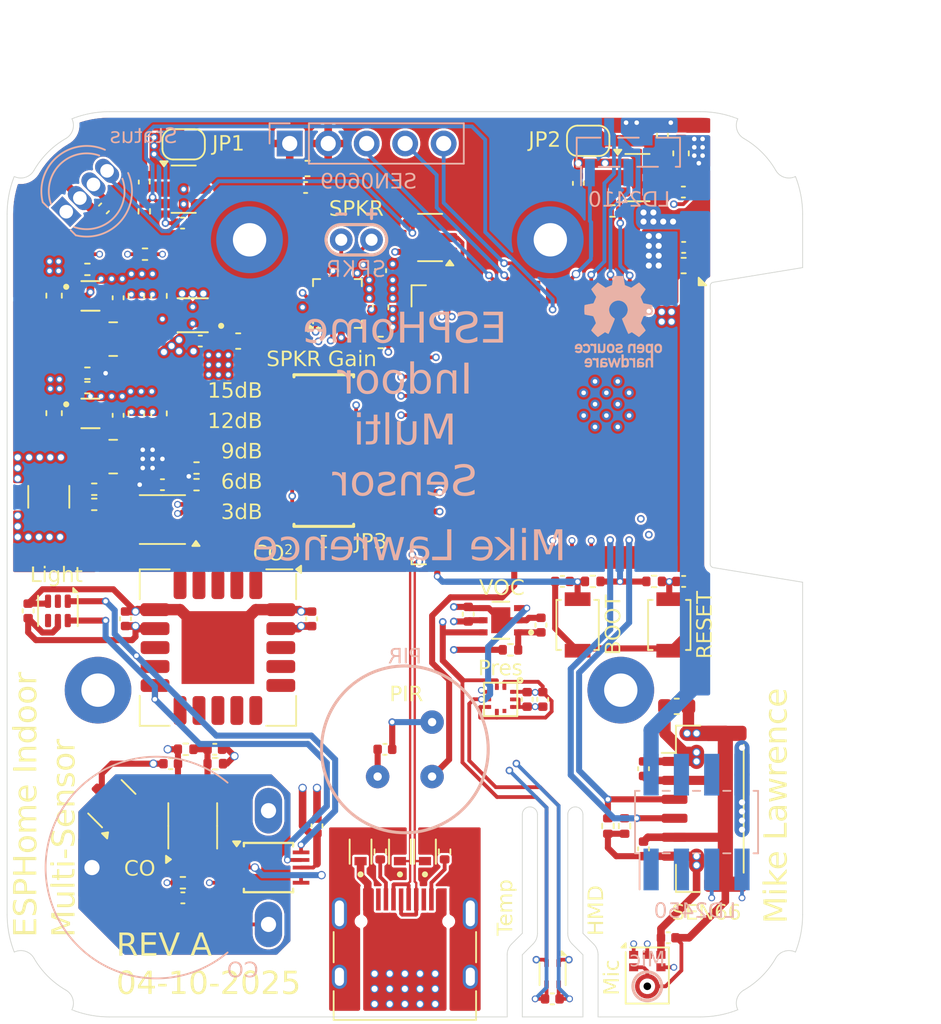
<source format=kicad_pcb>
(kicad_pcb (version 20241229) (generator "pcbnew") (generator_version "9.0")
  (title_block (date "2025-04-18") (rev "A"))
  (layers (0 "F.Cu" signal) (4 "In1.Cu" signal) (6 "In2.Cu" signal) (2 "B.Cu" signal) (13 "F.Paste" user) (5 "F.SilkS" user "F.Silkscreen") (7 "B.SilkS" user "B.Silkscreen") (1 "F.Mask" user) (3 "B.Mask" user) (25 "Edge.Cuts" user))
  (net 0 "")
  (net 1 "GND")
  (net 2 "+5V")
  (net 3 "Net-(U1-CT)")
  (net 4 "Net-(U2-CT)")
  (net 5 "Net-(U11-VDD)")
  (net 6 "Net-(U14B-+)")
  (net 7 "BOOT")
  (net 8 "/Power Supplies/SW_3V3")
  (net 9 "+3.6V")
  (net 10 "/Power Supplies/SW_3V6")
  (net 11 "Net-(U15-AIN1)")
  (net 12 "CHIP_PU")
  (net 13 "/Presence Sensors/SENS0609_VCC")
  (net 14 "Net-(J2-CC2)")
  (net 15 "Net-(J2-CC1)")
  (net 16 "Net-(U4-FB)")
  (net 23 "/ESP32-S3/SPK-")
  (net 24 "Net-(U5-~{SD_MODE})")
  (net 25 "Net-(U7-FB)")
  (net 26 "Net-(U9-Vin-)")
  (net 27 "/ESP32-S3/SPK+")
  (net 28 "Net-(U9-Vin+)")
  (net 29 "Net-(Q1-S)")
  (net 36 "/D+")
  (net 37 "/D-")
  (net 38 "/Environmental Sensors 2/CO_V_{REF}")
  (net 39 "/SEN0609_RX")
  (net 40 "/SEN0609_OUT")
  (net 41 "/SEN0609_TX")
  (net 42 "/SEN0609_EN")
  (net 43 "/PIR_OUT")
  (net 44 "+3.3V")
  (net 45 "+3.3VA")
  (net 46 "/VBUS")
  (net 48 "Net-(D4-DIN)")
  (net 60 "I2S2_WS")
  (net 61 "I2S2_BCLK")
  (net 62 "I2S2_DIN")
  (net 63 "/Presence Sensors/LD24X0_VCC")
  (net 64 "/LD24X0_TX")
  (net 65 "/LD24X0_OUT")
  (net 66 "/LD24X0_RX")
  (net 67 "/LD24X0_EN")
  (net 69 "I2S1_EN")
  (net 71 "I2S1_BCLK")
  (net 76 "I2S1_DOUT")
  (net 77 "LED")
  (net 81 "Net-(JP3-Pin_4)")
  (net 84 "Net-(JP3-Pin_10)")
  (net 87 "I2S1_WS")
  (net 88 "/SCL2")
  (net 89 "/SDA2")
  (net 90 "/SDA1")
  (net 91 "/SCL1")
  (footprint "Package_SO:TSSOP-10_3x3mm_P0.5mm" (layer "F.Cu") (at 112.75 82.65)
    (property "Reference" "U15" (hide yes))
    (property "Value" "ADS1115" (hide yes))
  )
  (footprint "OptoDevice:AMS_TSL25911FN" (layer "F.Cu") (at 98.85 65.724 -90)
    (property "Reference" "U10" (hide yes))
    (property "Value" "TSL2591" (hide yes))
  )
  (footprint "Capacitor_SMD:C_0402_1005Metric" (layer "F.Cu") (at 101.890411 39.181589 -135)
    (property "Reference" "C8" (hide yes))
    (property "Value" "1uF" (hide yes))
  )
  (footprint "ESDA25P35-1U1M:TVS_ESDA25P35-1U1M" (layer "F.Cu") (at 121.425 81.6 90)
    (property "Reference" "D2" (hide yes))
    (property "Value" "ESDA8P80-1U1M" (hide yes))
  )
  (footprint "Resistor_SMD:R_0402_1005Metric" (layer "F.Cu") (at 135.4525 39.35 180)
    (property "Reference" "R2" (hide yes))
    (property "Value" "100KΩ" (hide yes))
  )
  (footprint "Sensor:Sensirion_SCD4x-1EP_10.1x10.1mm_P1.25mm_EP4.8x4.8mm" (layer "F.Cu") (at 109.4125 68.1425 -90)
    (property "Reference" "U12" (hide yes))
    (property "Value" "SCD41" (hide yes))
  )
  (footprint "Package_SO:VSSOP-10_3x3mm_P0.5mm" (layer "F.Cu") (at 105.75 59.7 180)
    (property "Reference" "U9" (hide yes))
    (property "Value" "INA228" (hide yes))
  )
  (footprint "ESDA25P35-1U1M:TVS_ESDA25P35-1U1M" (layer "F.Cu") (at 118.825 81.6 90)
    (property "Reference" "D1" (hide yes))
    (property "Value" "ESDA8P80-1U1M" (hide yes))
  )
  (footprint "Capacitor_SMD:C_0402_1005Metric" (layer "F.Cu") (at 96.8875 65.724 -90)
    (property "Reference" "C27" (hide yes))
    (property "Value" "100nF" (hide yes))
  )
  (footprint "Inductor_SMD:L_1008_2520Metric" (layer "F.Cu") (at 102.5 47.8)
    (property "Reference" "L1" (hide yes))
    (property "Value" "1uH" (hide yes))
  )
  (footprint "Resistor_SMD:R_0402_1005Metric" (layer "F.Cu") (at 108 56.3)
    (property "Reference" "R8" (hide yes))
    (property "Value" "5.1KΩ" (hide yes))
  )
  (footprint "Capacitor_SMD:C_0402_1005Metric" (layer "F.Cu") (at 106.295 75.8 180)
    (property "Reference" "C37" (hide yes))
    (property "Value" "100nF" (hide yes))
  )
  (footprint "Capacitor_SMD:C_0402_1005Metric" (layer "F.Cu") (at 125.93 65.94 90)
    (property "Reference" "C30" (hide yes))
    (property "Value" "1uF" (hide yes))
  )
  (footprint "MountingHole:MountingHole_2.2mm_M2_Pad" (layer "F.Cu") (at 101.5 70.95)
    (property "Reference" "MH4" (hide yes))
    (property "Value" "~")
  )
  (footprint "MountingHole:MountingHole_2.2mm_M2_Pad" (layer "F.Cu") (at 131.35 41.25)
    (property "Reference" "MH2" (hide yes))
    (property "Value" "~" (hide yes))
  )
  (footprint "TLV75533PDRVR:VREG_TLV75533PDRVR" (layer "F.Cu") (at 107.75 46.225 180)
    (property "Reference" "U6" (hide yes))
    (property "Value" "TLV75533PDRV" (hide yes))
  )
  (footprint "Sensor_Audio:InvenSense_ICS-43434-6_3.5x2.65mm" (layer "F.Cu") (at 137.75 89.77)
    (property "Reference" "MK1" (hide yes))
    (property "Value" "ICS-43434" (hide yes))
  )
  (footprint "Capacitor_SMD:C_0402_1005Metric" (layer "F.Cu") (at 137.5 76.13 -90)
    (property "Reference" "C38" (hide yes))
    (property "Value" "1uF" (hide yes))
  )
  (footprint "Capacitor_SMD:C_0402_1005Metric" (layer "F.Cu") (at 115.6 66.25 -90)
    (property "Reference" "C29" (hide yes))
    (property "Value" "1uF" (hide yes))
  )
  (footprint "Capacitor_SMD:C_0603_1608Metric" (layer "F.Cu") (at 98.6 52.683588 90)
    (property "Reference" "C20" (hide yes))
    (property "Value" "22uF" (hide yes))
  )
  (footprint "Jumper:SolderJumper-2_P1.3mm_Open_RoundedPad1.0x1.5mm" (layer "F.Cu") (at 107.15 34.95)
    (property "Reference" "JP1")
    (property "Value" "~")
  )
  (footprint "Capacitor_SMD:C_0402_1005Metric" (layer "F.Cu") (at 102.825 52.825 -90)
    (property "Reference" "C21" (hide yes))
    (property "Value" "100nF" (hide yes))
  )
  (footprint "Capacitor_SMD:C_0402_1005Metric" (layer "F.Cu") (at 137.5 81.42 90)
    (property "Reference" "C40" (hide yes))
    (property "Value" "1uF" (hide yes))
  )
  (footprint "Package_TO_SOT_SMD:SOT-23-6" (layer "F.Cu") (at 137.1 37.15)
    (property "Reference" "U1" (hide yes))
    (property "Value" "TPS22917DBV" (hide yes))
  )
  (footprint "TLV62568DRLT:SOT50P160X60-6N" (layer "F.Cu") (at 101 52.7)
    (property "Reference" "U7" (hide yes))
    (property "Value" "TLV62568DRL" (hide yes))
  )
  (footprint "Resistor_SMD:R_0402_1005Metric" (layer "F.Cu") (at 124.375 81.6 90)
    (property "Reference" "R20" (hide yes))
    (property "Value" "5.1KΩ" (hide yes))
  )
  (footprint "Resistor_SMD:R_0402_1005Metric" (layer "F.Cu") (at 104.6 42.2 180)
    (property "Reference" "R3" (hide yes))
    (property "Value" "499KΩ" (hide yes))
  )
  (footprint "Capacitor_SMD:C_0603_1608Metric" (layer "F.Cu") (at 139.976 35.55 -90)
    (property "Reference" "C2" (hide yes))
    (property "Value" "22uF" (hide yes))
  )
  (footprint "Capacitor_SMD:C_0402_1005Metric" (layer "F.Cu") (at 104.55 37.442501 -90)
    (property "Reference" "C4" (hide yes))
    (property "Value" "1uF" (hide yes))
  )
  (footprint "Capacitor_SMD:C_0603_1608Metric" (layer "F.Cu") (at 140.15 42.95)
    (property "Reference" "C12" (hide yes))
    (property "Value" "22uF" (hide yes))
  )
  (footprint "Resistor_SMD:R_0402_1005Metric" (layer "F.Cu") (at 135.15 79.909999 90)
    (property "Reference" "R23" (hide yes))
    (property "Value" "5.1KΩ" (hide yes))
  )
  (footprint "Capacitor_SMD:C_0603_1608Metric" (layer "F.Cu") (at 98.6 44.933588 90)
    (property "Reference" "C13" (hide yes))
    (property "Value" "22uF" (hide yes))
  )
  (footprint "Sensor_Humidity:Sensirion_DFN-4_1.5x1.5mm_P0.8mm_SHT4x_NoCentralPad" (layer "F.Cu") (at 131.5 89.65 -90)
    (property "Reference" "U16" (hide yes))
    (property "Value" "SHT45" (hide yes))
  )
  (footprint "Capacitor_SMD:C_0603_1608Metric" (layer "F.Cu") (at 105.525 52.7 90)
    (property "Reference" "C23" (hide yes))
    (property "Value" "22uF" (hide yes))
  )
  (footprint "MountingHole:MountingHole_2.2mm_M2_Pad" (layer "F.Cu") (at 111.5 41.25)
    (property "Reference" "MH1" (hide yes))
    (property "Value" "~" (hide yes))
  )
  (footprint "Capacitor_SMD:C_0402_1005Metric" (layer "F.Cu") (at 102.825 45.075 -90)
    (property "Reference" "C14" (hide yes))
    (property "Value" "100nF" (hide yes))
  )
  (footprint "Resistor_SMD:R_0402_1005Metric" (layer "F.Cu") (at 100.7975 50.05 180)
    (property "Reference" "R6" (hide yes))
    (property "Value" "453KΩ" (hide yes))
  )
  (footprint "MountingHole:MountingHole_2.2mm_M2_Pad" (layer "F.Cu") (at 136 70.95)
    (property "Reference" "MH3" (hide yes))
    (property "Value" "~")
  )
  (footprint "Capacitor_SMD:C_0402_1005Metric" (layer "F.Cu") (at 109.205 74.85)
    (property "Reference" "C35" (hide yes))
    (property "Value" "1uF" (hide yes))
  )
  (footprint "Capacitor_SMD:C_0603_1608Metric" (layer "F.Cu") (at 104.025 44.95 90)
    (property "Reference" "C15" (hide yes))
    (property "Value" "22uF" (hide yes))
  )
  (footprint "Capacitor_SMD:C_0402_1005Metric" (layer "F.Cu") (at 120.434 74.854)
    (property "Reference" "C36" (hide yes))
    (property "Value" "100nF" (hide yes))
  )
  (footprint "Resistor_SMD:R_0402_1005Metric" (layer "F.Cu") (at 104.55 39.372498 -90)
    (property "Reference" "R1" (hide yes))
    (property "Value" "100KΩ" (hide yes))
  )
  (footprint "Capacitor_SMD:C_0402_1005Metric" (layer "F.Cu") (at 115.2 37.8)
    (property "Reference" "C6" (hide yes))
    (property "Value" "1uF" (hide yes))
  )
  (footprint "Capacitor_SMD:C_0603_1608Metric" (layer "F.Cu") (at 104.025 52.7 90)
    (property "Reference" "C22" (hide yes))
    (property "Value" "22uF" (hide yes))
  )
  (footprint "Capacitor_SMD:C_0402_1005Metric" (layer "F.Cu") (at 108.25 47.93)
    (property "Reference" "C18" (hide yes))
    (property "Value" "100nF" (hide yes))
  )
  (footprint "TLV62568DRLT:SOT50P160X60-6N" (layer "F.Cu") (at 101 44.95)
    (property "Reference" "U4" (hide yes))
    (property "Value" "TLV62568DRL" (hide yes))
  )
  (footprint "Package_TO_SOT_SMD:SOT-23-5" (layer "F.Cu") (at 123.4125 41.1 180)
    (property "Reference" "U3" (hide yes))
    (property "Value" "SN74LV1T34DBV" (hide yes))
  )
  (footprint "Capacitor_SMD:C_0402_1005Metric" (layer "F.Cu") (at 115.95 79.9 90)
    (property "Reference" "C39" (hide yes))
    (property "Value" "100nF" (hide yes))
  )
  (footprint "Resistor_SMD:R_0402_1005Metric" (layer "F.Cu") (at 134.15 63.78 180)
    (property "Reference" "R14" (hide yes))
    (property "Value" "10KΩ" (hide yes))
  )
  (footprint "Resistor_SMD:R_0402_1005Metric" (layer "F.Cu") (at 101.25 57.7)
    (property "Reference" "R10" (hide yes))
    (property "Value" "10Ω" (hide yes))
  )
  (footprint "Resistor_SMD:R_0402_1005Metric" (layer "F.Cu") (at 108 57.4)
    (property "Reference" "R9" (hide yes))
    (property "Value" "5.1KΩ" (hide yes))
  )
  (footprint "SGP40-D-R4:XCDR_SGP40-D-R4" (layer "F.Cu") (at 128.08 66.34 180)
    (property "Reference" "U11")
    (property "Value" "SGP41" (hide yes))
  )
  (footprint "Resistor_SMD:R_0402_1005Metric" (layer "F.Cu") (at 136.25 79.909999 90)
    (property "Reference" "R22" (hide yes))
    (property "Value" "5.1KΩ" (hide yes))
  )
  (footprint "Capacitor_SMD:C_0402_1005Metric" (layer "F.Cu") (at 120.15 43.2875 90)
    (property "Reference" "C11" (hide yes))
    (property "Value" "100nF" (hide yes))
  )
  (footprint "Resistor_SMD:R_1210_3225Metric" (layer "F.Cu") (at 98.25 58.2 90)
    (property "Reference" "R11" (hide yes))
    (property "Value" "150mΩ" (hide yes))
  )
  (footprint "Inductor_SMD:L_1008_2520Metric" (layer "F.Cu") (at 102.5 55.55)
    (property "Reference" "L2" (hide yes))
    (property "Value" "1uH" (hide yes))
  )
  (footprint "Capacitor_SMD:C_0402_1005Metric" (layer "F.Cu") (at 139.13 87.28 180)
    (property "Reference" "C42" (hide yes))
    (property "Value" "100nF" (hide yes))
  )
  (footprint "Capacitor_SMD:C_0603_1608Metric" (layer "F.Cu") (at 110.75 47.93)
    (property "Reference" "C19" (hide yes))
    (property "Value" "22uF" (hide yes))
  )
  (footprint "Resistor_SMD:R_0402_1005Metric" (layer "F.Cu") (at 100.7975 51)
    (property "Reference" "R7" (hide yes))
    (property "Value" "100KΩ" (hide yes))
  )
  (footprint "ESDA25P35-1U1M:TVS_ESDA25P35-1U1M" (layer "F.Cu") (at 123.075 81.6 90)
    (property "Reference" "D3" (hide yes))
    (property "Value" "ESDA8P80-1U1M" (hide yes))
  )
  (footprint "Package_SO:MSOP-8_3x3mm_P0.65mm" (layer "F.Cu") (at 107.75 79.9 90)
    (property "Reference" "U14" (hide yes))
    (property "Value" "MCP6042" (hide yes))
  )
  (footprint "Connector_USB:USB_C_Receptacle_HRO_TYPE-C-31-M-12" (layer "F.Cu") (at 121.75 88.8)
    (property "Reference" "J2" (hide yes))
    (property "Value" "USB-C" (hide yes))
  )
  (footprint "Capacitor_SMD:C_0402_1005Metric" (layer "F.Cu") (at 140.13 38.1)
    (property "Reference" "C7" (hide yes))
    (property "Value" "1nF" (hide yes))
  )
  (footprint "Resistor_SMD:R_0402_1005Metric" (layer "F.Cu") (at 107.285 74.85)
    (property "Reference" "R17" (hide yes))
    (property "Value" "64.9KΩ" (hide yes))
  )
  (footprint "Capacitor_SMD:C_0402_1005Metric" (layer "F.Cu") (at 103.3125 66.2425 -90)
    (property "Reference" "C28" (hide yes))
    (property "Value" "100nF" (hide yes))
  )
  (footprint "Capacitor_SMD:C_0603_1608Metric" (layer "F.Cu") (at 115.325 36.55)
    (property "Reference" "C3" (hide yes))
    (property "Value" "22uF" (hide yes))
  )
  (footprint "Resistor_SMD:R_0402_1005Metric" (layer "F.Cu") (at 101.25 58.7)
    (property "Reference" "R12" (hide yes))
    (property "Value" "10Ω" (hide yes))
  )
  (footprint "Capacitor_SMD:C_0402_1005Metric" (layer "F.Cu") (at 130.73 66.66 90)
    (property "Reference" "C31" (hide yes))
    (property "Value" "1uF" (hide yes))
  )
  (footprint "Resistor_SMD:R_0402_1005Metric" (layer "F.Cu") (at 120.125 81.6 90)
    (property "Reference" "R19" (hide yes))
    (property "Value" "5.1KΩ" (hide yes))
  )
  (footprint "Package_TO_SOT_SMD:SOT-23-6" (layer "F.Cu") (at 107.15 37.9125)
    (property "Reference" "U2" (hide yes))
    (property "Value" "TPS22917DBV" (hide yes))
  )
  (footprint "Capacitor_SMD:C_0402_1005Metric" (layer "F.Cu") (at 107.1 84.65 180)
    (property "Reference" "C41" (hide yes))
    (property "Value" "1uF" (hide yes))
  )
  (footprint "Resistor_SMD:R_0402_1005Metric" (layer "F.Cu") (at 120.15 48.02 180)
    (property "Reference" "R5" (hide yes))
    (property "Value" "634KΩ" (hide yes))
  )
  (footprint "Capacitor_SMD:C_0402_1005Metric" (layer "F.Cu") (at 129.82 71.56 -90)
    (property "Reference" "C32" (hide yes))
    (property "Value" "100nF" (hide yes))
  )
  (footprint "Resistor_SMD:R_0402_1005Metric" (layer "F.Cu") (at 116.4 61.15 180)
    (property "Reference" "R13" (hide yes))
    (property "Value" "100KΩ" (hide yes))
  )
  (footprint "Button_Switch_SMD:SW_SPST_B3U-1000P-B" (layer "F.Cu") (at 139.2 66.65 90)
    (property "Reference" "SW2" (hide yes))
    (property "Value" "RESET")
  )
  (footprint "Capacitor_SMD:C_0603_1608Metric" (layer "F.Cu") (at 139.69 72.02)
    (property "Reference" "C34" (hide yes))
    (property "Value" "22uF" (hide yes))
  )
  (footprint "Resistor_SMD:R_0402_1005Metric" (layer "F.Cu") (at 107.1 83.65 180)
    (property "Reference" "R21" (hide yes))
    (property "Value" "133KΩ" (hide yes))
  )
  (footprint "TMM-105-01-X-D-SM:SAMTEC_TMM-105-01-X-D-SM" (layer "F.Cu") (at 116.4 55.15 -90)
    (property "Reference" "JP3")
    (property "Value" "Gain")
  )
  (footprint "Package_TO_SOT_SMD:SOT-23" (layer "F.Cu") (at 102.411872 78.438128 135)
    (property "Reference" "Q1" (hide yes))
    (property "Value" "MMBFJ201" (hide yes))
  )
  (footprint "Resistor_SMD:R_0402_1005Metric" (layer "F.Cu") (at 109.235 75.8)
    (property "Reference" "R18" (hide yes))
    (property "Value" "100KΩ" (hide yes))
  )
  (footprint "Button_Switch_SMD:SW_SPST_B3U-1000P-B" (layer "F.Cu") (at 133.15 66.65 90)
    (property "Reference" "SW1" (hide yes))
    (property "Value" "BOOT")
  )
  (footprint "Capacitor_SMD:C_0603_1608Metric" (layer "F.Cu") (at 105.525 44.95 90)
    (property "Reference" "C16" (hide yes))
    (property "Value" "22uF" (hide yes))
  )
  (footprint "RF_Module:ESP32-S3-WROOM-2" (layer "F.Cu") (at 135.14 53.45 -90)
    (property "Reference" "U8" (hide yes))
    (property "Value" "ESP32-S3-WROOM-2-N32R16V" (hide yes))
  )
  (footprint "Capacitor_SMD:C_0402_1005Metric" (layer "F.Cu") (at 130.85 71.56 -90)
    (property "Reference" "C33" (hide yes))
    (property "Value" "100nF" (hide yes))
  )
  (footprint "Capacitor_SMD:C_0402_1005Metric" (layer "F.Cu") (at 107.08 40.15 180)
    (property "Reference" "C9" (hide yes))
    (property "Value" "1nF" (hide yes))
  )
  (footprint "Jumper:SolderJumper-2_P1.3mm_Open_RoundedPad1.0x1.5mm" (layer "F.Cu") (at 133.85 34.7225)
    (property "Reference" "JP2")
    (property "Value" "~")
  )
  (footprint "Capacitor_SMD:C_0402_1005Metric" (layer "F.Cu") (at 105.75 57.4 180)
    (property "Reference" "C24" (hide yes))
    (property "Value" "100nF" (hide yes))
  )
  (footprint "Connector_JST:JST_GH_BM06B-GHS-TBT_1x06-1MP_P1.25mm_Vertical" (layer "F.Cu") (at 141.5 78.775 -90)
    (property "Reference" "J1" (hide yes))
    (property "Value" "SEN66" (hide yes))
  )
  (footprint "Package_DFN_QFN:TQFN-16-1EP_3x3mm_P0.5mm_EP1.23x1.23mm" (layer "F.Cu") (at 117.3 45.45 90)
    (property "Reference" "U5" (hide yes))
    (property "Value" "MAX98357A" (hide yes))
  )
  (footprint "Capacitor_SMD:C_0402_1005Metric" (layer "F.Cu") (at 131.48 91.31 180)
    (property "Reference" "C43" (hide yes))
    (property "Value" "100nF" (hide yes))
  )
  (footprint "Resistor_SMD:R_0402_1005Metric" (layer "F.Cu") (at 138.2 63.78)
    (property "Reference" "R15" (hide yes))
    (property "Value" "10KΩ" (hide yes))
  )
  (footprint "Capacitor_SMD:C_0402_1005Metric" (layer "F.Cu") (at 138.75 34.35 90)
    (property "Reference" "C1" (hide yes))
    (property "Value" "1uF" (hide yes))
  )
  (footprint "Capacitor_SMD:C_0603_1608Metric" (layer "F.Cu") (at 120.15 45.7 -90)
    (property "Reference" "C17" (hide yes))
    (property "Value" "22uF" (hide yes))
  )
  (footprint "Resistor_SMD:R_0402_1005Metric" (layer "F.Cu") (at 128.720001 68.29)
    (property "Reference" "R16" (hide yes))
    (property "Value" "4.7Ω" (hide yes))
  )
  (footprint "Capacitor_SMD:C_0402_1005Metric" (layer "F.Cu") (at 132.15 63.78)
    (property "Reference" "C25" (hide yes))
    (property "Value" "100nF" (hide yes))
  )
  (footprint "BMP581:BMP581" (layer "F.Cu") (at 128.07 71.56)
    (property "Reference" "U13" (hide yes))
    (property "Value" "BMP581" (hide yes))
  )
  (footprint "Capacitor_SMD:C_0402_1005Metric" (layer "F.Cu") (at 140.15 63.78)
    (property "Reference" "C26" (hide yes))
    (property "Value" "1uF" (hide yes))
  )
  (footprint "Capacitor_SMD:C_0402_1005Metric" (layer "F.Cu") (at 133.2 37.528 -90)
    (property "Reference" "C5" (hide yes))
    (property "Value" "1uF" (hide yes))
  )
  (footprint "Resistor_SMD:R_0402_1005Metric" (layer "F.Cu") (at 100.797499 43.2)
    (property "Reference" "R4" (hide yes))
    (property "Value" "100KΩ" (hide yes))
  )
  (footprint "Capacitor_SMD:C_0402_1005Metric" (layer "F.Cu") (at 140.15 41.75 180)
    (property "Reference" "C10" (hide yes))
    (property "Value" "100nF" (hide yes))
  )
  (footprint "EKMC1603111:EKMC163111" (layer "B.Cu") (at 121.75 74.854 180)
    (property "Reference" "U17" (hide yes))
    (property "Value" "EKMC1603111" (hide yes))
  )
  (footprint "Sensor:TGS-5141" (layer "B.Cu") (at 101.1 82.65 -90)
    (property "Reference" "U18" (hide yes))
    (property "Value" "TGS5141" (hide yes))
  )
  (footprint "LED_THT:LED_D5.0mm-4_RGB" (layer "B.Cu") (at 100.75 38.05 45)
    (property "Reference" "D4" (hide yes))
    (property "Value" "NeoPixel_THT" (hide yes))
  )
  (footprint "Connector_PinSocket_2.00mm:PinSocket_2x04_P2.00mm_Vertical_SMD" (layer "B.Cu") (at 141 79.65 -90)
    (property "Reference" "J6" (hide yes))
    (property "Value" "LD2450" (hide yes))
  )
  (footprint "Connector_PinHeader_2.00mm:PinHeader_1x02_P2.00mm_Vertical" (layer "B.Cu") (at 119.55 41.25 90)
    (property "Reference" "J5" (hide yes))
    (property "Value" "SPKR")
  )
  (footprint "Connector_PinHeader_2.54mm:PinHeader_1x05_P2.54mm_Vertical" (layer "B.Cu") (at 114.15 34.9 -90)
    (property "Reference" "J3" (hide yes))
    (property "Value" "SEN0609" (hide yes))
  )
  (footprint "Symbol:OSHW-Logo_5.7x6mm_SilkScreen" (layer "B.Cu") (at 135.85 46.65 180)
    (property "Reference" "TEXT1" (hide yes))
    (property "Value" "OSHW-Logo_5.7x6mm_SilkScreen" (hide yes))
  )
  (footprint "Connector_PinSocket_1.27mm:PinSocket_1x05_P1.27mm_Vertical_SMD_Pin1Right" (layer "B.Cu") (at 136.5 35.475 -90)
    (property "Reference" "J4" (hide yes))
    (property "Value" "LD2410" (hide yes))
  )
  (gr_line (start 137.75 89.48) (end 137.75 89.83) (stroke (width 0.25)) (layer "F.Cu") (net 1))
  (gr_line (start 117.55 39.55) (end 117.85 39.55) (stroke (width 0.2)) (layer "B.SilkS"))
  (gr_line (start 119.55 39.85) (end 119.55 39.25) (stroke (width 0.2)) (layer "B.SilkS"))
  (gr_line (start 117.25 39.55) (end 117.55 39.55) (stroke (width 0.2)) (layer "B.SilkS"))
  (gr_line (start 119.25 39.55) (end 119.85 39.55) (stroke (width 0.2)) (layer "B.SilkS"))
  (gr_line (start 132.5 86.985787) (end 132.5 79.15) (stroke (width 0.05)) (layer "Edge.Cuts"))
  (gr_arc (start 130.5 86.985787) (mid 130.423884 87.368473) (end 130.207107 87.692894) (stroke (width 0.05)) (layer "Edge.Cuts"))
  (gr_line (start 128.5 88.4) (end 128.5 92.5) (stroke (width 0.05)) (layer "Edge.Cuts"))
  (gr_arc (start 144.124999 34.570354) (mid 145.315864 35.484136) (end 146.229646 36.675) (stroke (width 0.05)) (layer "Edge.Cuts"))
  (gr_arc (start 143.723448 92.030202) (mid 142.508809 92.381311) (end 141.25 92.5) (stroke (width 0.05)) (layer "Edge.Cuts"))
  (gr_arc (start 146.229646 88.625) (mid 145.315864 89.815864) (end 144.125 90.729646) (stroke (width 0.05)) (layer "Edge.Cuts"))
  (gr_arc (start 95.5 39.55) (mid 95.618487 38.290822) (end 95.969787 37.07585) (stroke (width 0.05)) (layer "Edge.Cuts"))
  (gr_arc (start 95.9717 88.2234) (mid 96.699749 88.169628) (end 97.270355 88.625) (stroke (width 0.05)) (layer "Edge.Cuts"))
  (gr_arc (start 146.229645 88.624999) (mid 146.800247 88.169615) (end 147.5283 88.2234) (stroke (width 0.05)) (layer "Edge.Cuts"))
  (gr_arc (start 143.723448 92.030202) (mid 143.668626 91.300849) (end 144.125 90.729645) (stroke (width 0.05)) (layer "Edge.Cuts"))
  (gr_arc (start 148 85.75) (mid 147.881513 87.00918) (end 147.5283 88.2234) (stroke (width 0.05)) (layer "Edge.Cuts"))
  (gr_arc (start 99.375001 90.729645) (mid 98.184137 89.815863) (end 97.270355 88.625) (stroke (width 0.05)) (layer "Edge.Cuts"))
  (gr_line (start 133.5 86.985787) (end 133.5 79.15) (stroke (width 0.05)) (layer "Edge.Cuts"))
  (gr_arc (start 129.5 79.15) (mid 130 78.65) (end 130.5 79.15) (stroke (width 0.05)) (layer "Edge.Cuts"))
  (gr_line (start 95.5 39.55) (end 95.5 85.75) (stroke (width 0.05)) (layer "Edge.Cuts"))
  (gr_line (start 141.25 32.8) (end 102.25 32.8) (stroke (width 0.05)) (layer "Edge.Cuts"))
  (gr_arc (start 147.5283 37.0766) (mid 146.800251 37.130372) (end 146.229645 36.675001) (stroke (width 0.05)) (layer "Edge.Cuts"))
  (gr_line (start 134.207107 87.692894) (end 133.5 86.985787) (stroke (width 0.05)) (layer "Edge.Cuts"))
  (gr_line (start 134.5 92.5) (end 141.25 92.5) (stroke (width 0.05)) (layer "Edge.Cuts"))
  (gr_arc (start 95.9717 88.2234) (mid 95.620506 87.008796) (end 95.5 85.75) (stroke (width 0.05)) (layer "Edge.Cuts"))
  (gr_line (start 129.5 88.4) (end 129.5 92.5) (stroke (width 0.05)) (layer "Edge.Cuts"))
  (gr_line (start 129.5 88.4) (end 130.207107 87.692894) (stroke (width 0.05)) (layer "Edge.Cuts"))
  (gr_arc (start 99.776552 33.269798) (mid 100.991191 32.918689) (end 102.25 32.8) (stroke (width 0.05)) (layer "Edge.Cuts"))
  (gr_line (start 133.5 88.4) (end 133.5 92.5) (stroke (width 0.05)) (layer "Edge.Cuts"))
  (gr_arc (start 102.25 92.5) (mid 100.990797 92.381509) (end 99.7758 92.0302) (stroke (width 0.05)) (layer "Edge.Cuts"))
  (gr_arc (start 99.776552 33.269798) (mid 99.831374 33.99915) (end 99.375001 34.570354) (stroke (width 0.05)) (layer "Edge.Cuts"))
  (gr_arc (start 128.5 88.4) (mid 128.57612 88.017317) (end 128.792893 87.692893) (stroke (width 0.05)) (layer "Edge.Cuts"))
  (gr_arc (start 97.270355 36.675) (mid 98.184137 35.484136) (end 99.375001 34.570354) (stroke (width 0.05)) (layer "Edge.Cuts"))
  (gr_arc (start 144.124999 34.570355) (mid 143.669615 33.999753) (end 143.7234 33.2717) (stroke (width 0.05)) (layer "Edge.Cuts"))
  (gr_line (start 102.25 92.5) (end 128.5 92.5) (stroke (width 0.05)) (layer "Edge.Cuts"))
  (gr_line (start 142.101469 62.866832) (end 148 63.833167) (stroke (width 0.05)) (layer "Edge.Cuts"))
  (gr_line (start 148 85.75) (end 148 63.833167) (stroke (width 0.05)) (layer "Edge.Cuts"))
  (gr_line (start 128.792893 87.692894) (end 129.5 86.985787) (stroke (width 0.05)) (layer "Edge.Cuts"))
  (gr_arc (start 99.375001 90.729645) (mid 99.830688 91.301231) (end 99.7758 92.0302) (stroke (width 0.05)) (layer "Edge.Cuts"))
  (gr_arc (start 142.10135 62.866809) (mid 141.957333 62.780167) (end 141.901161 62.621761) (stroke (width 0.05)) (layer "Edge.Cuts"))
  (gr_arc (start 134.207107 87.692893) (mid 134.42388 88.017316) (end 134.5 88.4) (stroke (width 0.05)) (layer "Edge.Cuts"))
  (gr_line (start 130.5 86.985787) (end 130.5 79.15) (stroke (width 0.05)) (layer "Edge.Cuts"))
  (gr_arc (start 141.25 32.8) (mid 142.50918 32.918487) (end 143.7234 33.2717) (stroke (width 0.05)) (layer "Edge.Cuts"))
  (gr_line (start 133.5 92.5) (end 129.5 92.5) (stroke (width 0.05)) (layer "Edge.Cuts"))
  (gr_line (start 133.5 88.4) (end 132.792893 87.692894) (stroke (width 0.05)) (layer "Edge.Cuts"))
  (gr_arc (start 132.5 79.15) (mid 133 78.65) (end 133.5 79.15) (stroke (width 0.05)) (layer "Edge.Cuts"))
  (gr_arc (start 132.792893 87.692894) (mid 132.576124 87.36847) (end 132.5 86.985787) (stroke (width 0.05)) (layer "Edge.Cuts"))
  (gr_line (start 134.5 88.4) (end 134.5 92.5) (stroke (width 0.05)) (layer "Edge.Cuts"))
  (gr_line (start 141.901161 44.303925) (end 141.901161 62.618193) (stroke (width 0.05)) (layer "Edge.Cuts"))
  (gr_arc (start 147.5283 37.0766) (mid 147.879494 38.291204) (end 148 39.55) (stroke (width 0.05)) (layer "Edge.Cuts"))
  (gr_arc (start 97.270356 36.675) (mid 96.698775 37.130687) (end 95.969787 37.07585) (stroke (width 0.05)) (layer "Edge.Cuts"))
  (gr_line (start 148 39.547328) (end 147.99981 43.083645) (stroke (width 0.05)) (layer "Edge.Cuts"))
  (gr_line (start 142.101161 44.05) (end 147.99981 43.083645) (stroke (width 0.05)) (layer "Edge.Cuts"))
  (gr_line (start 129.5 86.985787) (end 129.5 79.15) (stroke (width 0.05)) (layer "Edge.Cuts"))
  (gr_arc (start 141.900972 44.295069) (mid 141.957144 44.136663) (end 142.101161 44.050021) (stroke (width 0.05)) (layer "Edge.Cuts"))
  (gr_text "Pres" (at 128.05 69.55 0) (layer "F.SilkS") (effects (font (size 1 1))))
  (gr_text "9dB" (at 112.35 55.25 0) (layer "F.SilkS") (effects (font (size 1 1)) (justify right)))
  (gr_text "Mic" (at 135.45 89.9 90) (layer "F.SilkS") (effects (font (size 1 1))))
  (gr_text "Temp" (at 129 87.15 90) (layer "F.SilkS") (effects (font (size 1 1)) (justify left bottom)))
  (gr_text "REV A\n04-10-2025" (at 102.7 89.1 0) (layer "F.SilkS") (effects (font (size 1.5 1.5) (thickness 0.3)) (justify left)))
  (gr_text "3dB" (at 112.35 59.25 0) (layer "F.SilkS") (effects (font (size 1 1)) (justify right)))
  (gr_text "CO^{2}" (at 113.04 62.56 0) (layer "F.SilkS") (effects (font (size 1 1)) (justify bottom)))
  (gr_text "ESPHome Indoor\nMulti-Sensor" (at 100.2 87.25 90) (layer "F.SilkS") (effects (font (size 1.5 1.5) (thickness 0.3)) (justify left bottom)))
  (gr_text "6dB" (at 112.35 57.25 0) (layer "F.SilkS") (effects (font (size 1 1)) (justify right)))
  (gr_text "SPKR" (at 118.55 39.25 0) (layer "F.SilkS") (effects (font (size 1 1) (thickness 0.125))))
  (gr_text "SPKR Gain" (at 116.25 49.75 0) (layer "F.SilkS") (effects (font (size 1 1)) (justify bottom)))
  (gr_text "VOC" (at 128.15 64.25 0) (layer "F.SilkS") (effects (font (size 1 1))))
  (gr_text "HMD" (at 135 87.15 90) (layer "F.SilkS") (effects (font (size 1 1)) (justify left bottom)))
  (gr_text "12dB" (at 112.35 53.25 0) (layer "F.SilkS") (effects (font (size 1 1)) (justify right)))
  (gr_text "SEN66" (at 141.65 86.25 0) (layer "F.SilkS") (effects (font (size 1 1)) (justify bottom)))
  (gr_text "Mike Lawrence" (at 147.2 86.35 90) (layer "F.SilkS") (effects (font (size 1.5 1.5) (thickness 0.3)) (justify left bottom)))
  (gr_text "Light" (at 98.75 63.4 0) (layer "F.SilkS") (effects (font (size 1 1))))
  (gr_text "CO" (at 104.25 83.35 0) (layer "F.SilkS") (effects (font (size 1 1) (thickness 0.125)) (justify bottom)))
  (gr_text "PIR" (at 121.85 71.85 0) (layer "F.SilkS") (effects (font (size 1 1) (thickness 0.125)) (justify bottom)))
  (gr_text "15dB" (at 112.35 51.25 0) (layer "F.SilkS") (effects (font (size 1 1)) (justify right)))
  (gr_text "Mike Lawrence" (at 122.05 61.55 0) (layer "B.SilkS") (effects (font (size 2 2) (thickness 0.3)) (justify mirror)))
  (gr_text "PIR" (at 121.75 69.354 0) (layer "B.SilkS") (effects (font (size 1 1) (thickness 0.125)) (justify bottom mirror)))
  (gr_text "ESPHome\nIndoor\nMulti\nSensor" (at 121.75 58.45 0) (layer "B.SilkS") (effects (font (size 2 2) (thickness 0.3)) (justify bottom mirror)))
  (gr_text "CO" (at 111.05 90.05 0) (layer "B.SilkS") (effects (font (size 1 1) (thickness 0.125)) (justify bottom mirror)))
  (gr_text "SPKR" (at 118.54 43.19 0) (layer "B.SilkS") (effects (font (size 1 1) (thickness 0.125)) (justify mirror)))
  (gr_text "LD2410\n" (at 136.55 38.65 0) (layer "B.SilkS") (effects (font (size 1 1) (thickness 0.125)) (justify mirror)))
  (gr_text "Status" (at 104.5 34.45 0) (layer "B.SilkS") (effects (font (size 1 1) (thickness 0.125)) (justify mirror)))
  (gr_text "SEN0609" (at 119.35 37.45 0) (layer "B.SilkS") (effects (font (size 1 1) (thickness 0.125)) (justify mirror)))
  (gr_text "LD2450\n" (at 143.6 85.55 0) (layer "B.SilkS") (effects (font (size 1 1) (thickness 0.125)) (justify left mirror)))
  (gr_text "Mic" (at 137.75 88.75 0) (layer "B.SilkS") (effects (font (size 1 1)) (justify mirror)))
  (segment (start 131.96 91.31) (end 132.62 91.31) (width 0.25) (layer "F.Cu") (net 1))
  (segment (start 126.01 65.54) (end 125.93 65.46) (width 0.4) (layer "F.Cu") (net 1))
  (segment (start 111.327 81.65) (end 111.426 81.749) (width 0.25) (layer "F.Cu") (net 1))
  (segment (start 125.93 65.46) (end 125.01 65.46) (width 0.4) (layer "F.Cu") (net 1))
  (segment (start 139.2 68.350001) (end 140.63 66.920001) (width 0.4) (layer "F.Cu") (net 1))
  (segment (start 105.815 75.8) (end 105.15 75.8) (width 0.4) (layer "F.Cu") (net 1))
  (segment (start 131.9 91.25) (end 131.96 91.31) (width 0.25) (layer "F.Cu") (net 1))
  (segment (start 140.001 89.437521) (end 138.958521 90.48) (width 0.25) (layer "F.Cu") (net 1))
  (segment (start 110.05 74.85) (end 110.5 75.3) (width 0.4) (layer "F.Cu") (net 1))
  (segment (start 130.35 72.04) (end 129.819999 72.04) (width 0.25) (layer "F.Cu") (net 1))
  (segment (start 126.929999 65.54) (end 127.28 65.54) (width 0.4) (layer "F.Cu") (net 1))
  (segment (start 139.55 76.9) (end 142.9 76.9) (width 0.6) (layer "F.Cu") (net 1))
  (segment (start 140.465 73.705) (end 140.37 73.8) (width 0.75) (layer "F.Cu") (net 1))
  (segment (start 129.26 72.059999) (end 129.800001 72.059999) (width 0.25) (layer "F.Cu") (net 1))
  (segment (start 142.9 73.8) (end 140.37 73.8) (width 1) (layer "F.Cu") (net 1))
  (segment (start 110.6 81.65) (end 111.327 81.65) (width 0.25) (layer "F.Cu") (net 1))
  (segment (start 111.452 82.65) (end 111.85 82.65) (width 0.25) (layer "F.Cu") (net 1))
  (segment (start 136.85 89.228) (end 137.498 89.228) (width 0.25) (layer "F.Cu") (net 1))
  (segment (start 113.5625 65.6425) (end 111.9125 65.6425) (width 0.75) (layer "F.Cu") (net 1))
  (segment (start 105.2625 65.6425) (end 104.0925 65.6425) (width 0.5) (layer "F.Cu") (net 1))
  (segment (start 101.748959 77.775215) (end 101.748959 76.451041) (width 0.4) (layer "F.Cu") (net 1))
  (segment (start 104.0925 65.6425) (end 103.9725 65.7625) (width 0.5) (layer "F.Cu") (net 1))
  (segment (start 109.745 75.8) (end 110 75.8) (width 0.4) (layer "F.Cu") (net 1))
  (segment (start 109.9 82.65) (end 109.2625 82.0125) (width 0.25) (layer "F.Cu") (net 1))
  (segment (start 99.929987 38.128013) (end 100.158013 38.128013) (width 0.4) (layer "F.Cu") (net 1))
  (segment (start 129.94 66.18) (end 130.73 66.18) (width 0.4) (layer "F.Cu") (net 1))
  (segment (start 142.9 83.75) (end 142.9 84.885298) (width 0.5) (layer "F.Cu") (net 1))
  (segment (start 133.15 68.350001) (end 131.67 66.870001) (width 0.4) (layer "F.Cu") (net 1))
  (segment (start 139.55 80.65) (end 137.79 80.65) (width 0.5) (layer "F.Cu") (net 1))
  (segment (start 139.61 87.28) (end 140.001 87.671) (width 0.25) (layer "F.Cu") (net 1))
  (segment (start 114.9 83.15) (end 116.25 83.15) (width 0.25) (layer "F.Cu") (net 1))
  (segment (start 138.958521 90.48) (end 138.4125 90.48) (width 0.25) (layer "F.Cu") (net 1))
  (segment (start 137.79 80.65) (end 137.5 80.94) (width 0.5) (layer "F.Cu") (net 1))
  (segment (start 129.800001 72.059999) (end 129.82 72.04) (width 0.25) (layer "F.Cu") (net 1))
  (segment (start 110.6 82.65) (end 109.9 82.65) (width 0.25) (layer "F.Cu") (net 1))
  (segment (start 131.67 66.870001) (end 131.67 63.78) (width 0.4) (layer "F.Cu") (net 1))
  (segment (start 109.2625 82.0125) (end 108.725 82.0125) (width 0.25) (layer "F.Cu") (net 1))
  (segment (start 125.01 65.46) (end 124.98 65.49) (width 0.4) (layer "F.Cu") (net 1))
  (segment (start 131.9 90.35) (end 131.9 91.25) (width 0.25) (layer "F.Cu") (net 1))
  (segment (start 100.529013 38.499013) (end 101.551 39.521) (width 0.4) (layer "F.Cu") (net 1))
  (segment (start 98.0425 65.244) (end 98.2 65.0865) (width 0.4) (layer "F.Cu") (net 1))
  (segment (start 109.685 74.85) (end 110.05 74.85) (width 0.4) (layer "F.Cu") (net 1))
  (segment (start 139.55 80.65) (end 142.9 80.65) (width 0.6) (layer "F.Cu") (net 1))
  (segment (start 115.6125 65.7625) (end 114.9125 65.7625) (width 0.5) (layer "F.Cu") (net 1))
  (segment (start 129.800001 72.059999) (end 129.819999 72.04) (width 0.25) (layer "F.Cu") (net 1))
  (segment (start 111.9125 65.6425) (end 109.4125 68.1425) (width 0.75) (layer "F.Cu") (net 1))
  (segment (start 111.426 81.749) (end 111.426 82.624) (width 0.25) (layer "F.Cu") (net 1))
  (segment (start 101.748959 76.451041) (end 102.4 75.8) (width 0.4) (layer "F.Cu") (net 1))
  (segment (start 119.954 74.854) (end 119.954 76.65) (width 0.4) (layer "F.Cu") (net 1))
  (segment (start 128.8325 72.059999) (end 129.26 72.059999) (width 0.25) (layer "F.Cu") (net 1))
  (segment (start 139.048999 68.199) (end 139.2 68.350001) (width 0.4) (layer "F.Cu") (net 1))
  (segment (start 129.26 71.56) (end 129.26 72.059999) (width 0.25) (layer "F.Cu") (net 1))
  (segment (start 110 75.8) (end 110.5 75.3) (width 0.4) (layer "F.Cu") (net 1))
  (segment (start 137.79 76.9) (end 137.5 76.61) (width 0.5) (layer "F.Cu") (net 1))
  (segment (start 114.7925 65.6425) (end 114.9125 65.7625) (width 0.5) (layer "F.Cu") (net 1))
  (segment (start 133.301001 68.199) (end 139.048999 68.199) (width 0.4) (layer "F.Cu") (net 1))
  (segment (start 140.63 66.920001) (end 140.63 63.79) (width 0.4) (layer "F.Cu") (net 1))
  (segment (start 97.8335 64.298) (end 102.508 64.298) (width 0.4) (layer "F.Cu") (net 1))
  (segment (start 142.9 73.8) (end 142.9 76.9) (width 1) (layer "F.Cu") (net 1))
  (segment (start 113.5625 65.6425) (end 114.7925 65.6425) (width 0.5) (layer "F.Cu") (net 1))
  (segment (start 142.9 73.8) (end 141 73.8) (width 1) (layer "F.Cu") (net 1))
  (segment (start 140.505298 87.28) (end 139.61 87.28) (width 0.5) (layer "F.Cu") (net 1))
  (segment (start 128.8325 71.56) (end 129.26 71.56) (width 0.25) (layer "F.Cu") (net 1))
  (segment (start 103.3125 65.7625) (end 103.9725 65.7625) (width 0.5) (layer "F.Cu") (net 1))
  (segment (start 140.001 87.671) (end 140.001 89.437521) (width 0.25) (layer "F.Cu") (net 1))
  (segment (start 142.9 80.65) (end 142.9 83.75) (width 1) (layer "F.Cu") (net 1))
  (segment (start 137.498 89.228) (end 137.75 89.48) (width 0.25) (layer "F.Cu") (net 1))
  (segment (start 115.95 79.42) (end 115.95 77.4) (width 0.5) (layer "F.Cu") (net 1))
  (segment (start 133.15 68.350001) (end 133.301001 68.199) (width 0.4) (layer "F.Cu") (net 1))
  (segment (start 129.78 66.34) (end 129.94 66.18) (width 0.4) (layer "F.Cu") (net 1))
  (segment (start 140.465 72.02) (end 140.465 73.705) (width 0.75) (layer "F.Cu") (net 1))
  (segment (start 142.9 76.9) (end 142.9 80.65) (width 1) (layer "F.Cu") (net 1))
  (segment (start 96.8875 65.244) (end 97.8335 64.298) (width 0.4) (layer "F.Cu") (net 1))
  (segment (start 105.2625 65.6425) (end 106.9125 65.6425) (width 0.75) (layer "F.Cu") (net 1))
  (segment (start 142.9 84.885298) (end 140.505298 87.28) (width 0.5) (layer "F.Cu") (net 1))
  (segment (start 129.23 66.339999) (end 129.78 66.34) (width 0.4) (layer "F.Cu") (net 1))
  (segment (start 126.900005 71.060001) (end 126.8 70.959996) (width 0.25) (layer "F.Cu") (net 1))
  (segment (start 126.929999 65.54) (end 126.01 65.54) (width 0.4) (layer "F.Cu") (net 1))
  (segment (start 139.55 76.9) (end 137.79 76.9) (width 0.5) (layer "F.Cu") (net 1))
  (segment (start 106.9125 65.6425) (end 109.4125 68.1425) (width 0.75) (layer "F.Cu") (net 1))
  (segment (start 130.82 72.04) (end 130.35 72.04) (width 0.25) (layer "F.Cu") (net 1))
  (segment (start 96.8875 65.244) (end 98.0425 65.244) (width 0.4) (layer "F.Cu") (net 1))
  (segment (start 140.4 63.56) (end 140.63 63.79) (width 0.4) (layer "F.Cu") (net 1))
  (segment (start 127.3075 71.060001) (end 126.900005 71.060001) (width 0.25) (layer "F.Cu") (net 1))
  (segment (start 111.4 82.65) (end 110.6 82.65) (width 0.25) (layer "F.Cu") (net 1))
  (segment (start 102.4 75.8) (end 105.15 75.8) (width 0.4) (layer "F.Cu") (net 1))
  (segment (start 102.508 64.298) (end 103.9725 65.7625) (width 0.4) (layer "F.Cu") (net 1))
  (segment (start 111.426 82.624) (end 111.452 82.65) (width 0.25) (layer "F.Cu") (net 1))
  (segment (start 140.4 62.21) (end 140.4 63.56) (width 0.4) (layer "F.Cu") (net 1))
  (segment (start 127.28 65.54) (end 128.08 66.34) (width 0.4) (layer "F.Cu") (net 1))
  (segment (start 129.23 66.339999) (end 128.08 66.34) (width 0.4) (layer "F.Cu") (net 1))
  (segment (start 111.426 82.624) (end 111.4 82.65) (width 0.25) (layer "F.Cu") (net 1))
  (segment (start 114.9 83.15) (end 114.9 83.65) (width 0.25) (layer "F.Cu") (net 1))
  (via (at 139.35 46.65) (size 0.55) (drill 0.4) (layers "F.Cu" "B.Cu") (net 1))
  (via (at 138.15 39.45) (size 0.55) (drill 0.4) (layers "F.Cu" "B.Cu") (net 1))
  (via (at 101 51.575) (size 0.5) (drill 0.3) (layers "F.Cu" "B.Cu") (net 1))
  (via (at 126.8 70.959996) (size 0.45) (drill 0.3) (layers "F.Cu" "B.Cu") (net 1))
  (via (at 117.55 47.7) (size 0.5) (drill 0.3) (layers "F.Cu" "B.Cu") (net 1))
  (via (at 110.5 75.3) (size 0.55) (drill 0.4) (layers "F.Cu" "B.Cu") (net 1))
  (via (at 104.4 52.6) (size 0.5) (drill 0.3) (layers "F.Cu" "B.Cu") (net 1))
  (via (at 120.95 45.85) (size 0.5) (drill 0.3) (layers "F.Cu" "B.Cu") (net 1))
  (via (at 98.95 50.45) (size 0.5) (drill 0.3) (layers "F.Cu" "B.Cu") (net 1))
  (via (at 136.35 33.525) (size 0.5) (drill 0.3) (layers "F.Cu" "B.Cu") (net 1))
  (via (at 139.45 40.05) (size 0.55) (drill 0.4) (layers "F.Cu" "B.Cu") (net 1))
  (via (at 98.35 51.075) (size 0.5) (drill 0.3) (layers "F.Cu" "B.Cu") (net 1))
  (via (at 117 43.3) (size 0.5) (drill 0.3) (layers "F.Cu" "B.Cu") (net 1))
  (via (at 115 45.7) (size 0.5) (drill 0.3) (layers "F.Cu" "B.Cu") (net 1))
  (via (at 107.15 38.9) (size 0.5) (drill 0.3) (layers "F.Cu" "B.Cu") (net 1))
  (via (at 108.45 44.8) (size 0.55) (drill 0.4) (layers "F.Cu" "B.Cu") (net 1))
  (via (at 105.05 51.25) (size 0.5) (drill 0.3) (layers "F.Cu" "B.Cu") (net 1))
  (via (at 101.7 51.575) (size 0.5) (drill 0.3) (layers "F.Cu" "B.Cu") (net 1))
  (via (at 139.3 33.525) (size 0.5) (drill 0.3) (layers "F.Cu" "B.Cu") (net 1))
  (via (at 103.7 52.6) (size 0.5) (drill 0.3) (layers "F.Cu" "B.Cu") (net 1))
  (via (at 137.05 33.525) (size 0.5) (drill 0.3) (layers "F.Cu" "B.Cu") (net 1))
  (via (at 130.35 72.04) (size 0.45) (drill 0.3) (layers "F.Cu" "B.Cu") (net 1))
  (via (at 103.1 51.575) (size 0.5) (drill 0.3) (layers "F.Cu" "B.Cu") (net 1))
  (via (at 138.7 46.65) (size 0.55) (drill 0.4) (layers "F.Cu" "B.Cu") (net 1))
  (via (at 104.4 44.85) (size 0.5) (drill 0.3) (layers "F.Cu" "B.Cu") (net 1))
  (via (at 103.1 43.825) (size 0.5) (drill 0.3) (layers "F.Cu" "B.Cu") (net 1))
  (via (at 103.9725 65.7625) (size 0.55) (drill 0.4) (layers "F.Cu" "B.Cu") (net 1))
  (via (at 105.1 43.5) (size 0.5) (drill 0.3) (layers "F.Cu" "B.Cu") (net 1))
  (via (at 103.7 44.85) (size 0.5) (drill 0.3) (layers "F.Cu" "B.Cu") (net 1))
  (via (at 120.95 42.85) (size 0.5) (drill 0.3) (layers "F.Cu" "B.Cu") (net 1))
  (via (at 107.8 48.6) (size 0.55) (drill 0.4) (layers "F.Cu" "B.Cu") (net 1))
  (via (at 101 44.7) (size 0.5) (drill 0.3) (layers "F.Cu" "B.Cu") (net 1))
  (via (at 98.3 43.3) (size 0.5) (drill 0.3) (layers "F.Cu" "B.Cu") (net 1))
  (via (at 101.7 43.825) (size 0.5) (drill 0.3) (layers "F.Cu" "B.Cu") (net 1))
  (via (at 106.85 47.85) (size 0.55) (drill 0.4) (layers "F.Cu" "B.Cu") (net 1))
  (via (at 98.9 43.3) (size 0.5) (drill 0.3) (layers "F.Cu" "B.Cu") (net 1))
  (via (at 114.9125 65.7625) (size 0.55) (drill 0.4) (layers "F.Cu" "B.Cu") (net 1))
  (via (at 137.5 40.05) (size 0.55) (drill 0.4) (layers "F.Cu" "B.Cu") (net 1))
  (via (at 116.25 83.15) (size 0.55) (drill 0.4) (layers "F.Cu" "B.Cu") (net 1))
  (via (at 138.8 40.05) (size 0.55) (drill 0.4) (layers "F.Cu" "B.Cu") (net 1))
  (via (at 124.98 65.46) (size 0.5) (drill 0.3) (layers "F.Cu" "B.Cu") (net 1))
  (via (at 105.1 44.85) (size 0.5) (drill 0.3) (layers "F.Cu" "B.Cu") (net 1))
  (via (at 115.95 77.4) (size 0.55) (drill 0.4) (layers "F.Cu" "B.Cu") (net 1))
  (via (at 120.95 47) (size 0.5) (drill 0.3) (layers "F.Cu" "B.Cu") (net 1))
  (via (at 132.62 91.31) (size 0.45) (drill 0.3) (layers "F.Cu" "B.Cu") (net 1))
  (via (at 120.95 46.45) (size 0.5) (drill 0.3) (layers "F.Cu" "B.Cu") (net 1))
  (via (at 105.1 52.6) (size 0.5) (drill 0.3) (layers "F.Cu" "B.Cu") (net 1))
  (via (at 106.35 48.25) (size 0.55) (drill 0.4) (layers "F.Cu" "B.Cu") (net 1))
  (via (at 105.85 48.65) (size 0.55) (drill 0.4) (layers "F.Cu" "B.Cu") (net 1))
  (via (at 103.7 43.5) (size 0.5) (drill 0.3) (layers "F.Cu" "B.Cu") (net 1))
  (via (at 111.85 82.65) (size 0.55) (drill 0.4) (layers "F.Cu" "B.Cu") (net 1))
  (via (at 102.4 51.575) (size 0.5) (drill 0.3) (layers "F.Cu" "B.Cu") (net 1))
  (via (at 98.9 42.675) (size 0.5) (drill 0.3) (layers "F.Cu" "B.Cu") (net 1))
  (via (at 106.85 48.6) (size 0.55) (drill 0.4) (layers "F.Cu" "B.Cu") (net 1))
  (via (at 141 73.8) (size 0.55) (drill 0.4) (layers "F.Cu" "B.Cu") (net 1))
  (via (at 107.75 44.8) (size 0.55) (drill 0.4) (layers "F.Cu" "B.Cu") (net 1))
  (via (at 140.37 73.8) (size 0.55) (drill 0.4) (layers "F.Cu" "B.Cu") (net 1))
  (via (at 129.109621 75.790379) (size 0.5) (drill 0.3) (layers "F.Cu" "B.Cu") (net 1))
  (via (at 98.3 42.675) (size 0.5) (drill 0.3) (layers "F.Cu" "B.Cu") (net 1))
  (via (at 138.7 46) (size 0.55) (drill 0.4) (layers "F.Cu" "B.Cu") (net 1))
  (via (at 137.5 39.45) (size 0.55) (drill 0.4) (layers "F.Cu" "B.Cu") (net 1))
  (via (at 119.55 45.85) (size 0.5) (drill 0.3) (layers "F.Cu" "B.Cu") (net 1))
  (via (at 104.35 51.25) (size 0.5) (drill 0.3) (layers "F.Cu" "B.Cu") (net 1))
  (via (at 103.65 51.25) (size 0.5) (drill 0.3) (layers "F.Cu" "B.Cu") (net 1))
  (via (at 107.05 44.8) (size 0.55) (drill 0.4) (layers "F.Cu" "B.Cu") (net 1))
  (via (at 105.15 75.8) (size 0.55) (drill 0.4) (layers "F.Cu" "B.Cu") (net 1))
  (via (at 138.15 40.05) (size 0.55) (drill 0.4) (layers "F.Cu" "B.Cu") (net 1))
  (via (at 102.4 43.825) (size 0.5) (drill 0.3) (layers "F.Cu" "B.Cu") (net 1))
  (via (at 98.95 51.075) (size 0.5) (drill 0.3) (layers "F.Cu" "B.Cu") (net 1))
  (via (at 118.6 43.45) (size 0.5) (drill 0.3) (layers "F.Cu" "B.Cu") (net 1))
  (via (at 139.35 46) (size 0.55) (drill 0.4) (layers "F.Cu" "B.Cu") (net 1))
  (via (at 119 42.9) (size 0.5) (drill 0.3) (layers "F.Cu" "B.Cu") (net 1))
  (via (at 98.35 50.45) (size 0.5) (drill 0.3) (layers "F.Cu" "B.Cu") (net 1))
  (via (at 107.15 37.9125) (size 0.5) (drill 0.3) (layers "F.Cu" "B.Cu") (net 1))
  (via (at 104.4 43.5) (size 0.5) (drill 0.3) (layers "F.Cu" "B.Cu") (net 1))
  (segment (start 138.15 39.45) (end 138.15 40.05) (width 1) (layer "B.Cu") (net 1))
  (segment (start 140.75 40.05) (end 140.9 39.9) (width 1) (layer "B.Cu") (net 1))
  (segment (start 131.9 78.583466) (end 131.9 78.580758) (width 0.25) (layer "B.Cu") (net 1))
  (segment (start 137.5 40.05) (end 138.15 40.05) (width 1) (layer "B.Cu") (net 1))
  (segment (start 131.9 78.9) (end 131.9 78.583466) (width 0.25) (layer "B.Cu") (net 1))
  (segment (start 138.8 40.05) (end 139.45 40.05) (width 1) (layer "B.Cu") (net 1))
  (segment (start 138 76.525) (end 138 73.6) (width 1) (layer "B.Cu") (net 1))
  (segment (start 112.35 83.15) (end 116.25 83.15) (width 0.4) (layer "B.Cu") (net 1))
  (segment (start 137.5 39.45) (end 138.15 39.45) (width 1) (layer "B.Cu") (net 1))
  (segment (start 111.85 82.65) (end 112.35 83.15) (width 0.4) (layer "B.Cu") (net 1))
  (segment (start 138 73.6) (end 140.9 70.7) (width 1) (layer "B.Cu") (net 1))
  (segment (start 139.45 40.05) (end 140.75 40.05) (width 1) (layer "B.Cu") (net 1))
  (segment (start 137.5 39.45) (end 137.5 40.05) (width 1) (layer "B.Cu") (net 1))
  (segment (start 131.9 78.580758) (end 129.109621 75.790379) (width 0.25) (layer "B.Cu") (net 1))
  (segment (start 138.15 40.05) (end 138.8 40.05) (width 1) (layer "B.Cu") (net 1))
  (segment (start 131.9 90.59) (end 132.62 91.31) (width 0.25) (layer "B.Cu") (net 1))
  (segment (start 131.9 78.9) (end 131.9 90.59) (width 0.25) (layer "B.Cu") (net 1))
  (segment (start 140.61 38.409999) (end 140.119999 38.9) (width 0.25) (layer "F.Cu") (net 2))
  (segment (start 133.2 37.048) (end 133.2 34.7225) (width 0.6) (layer "F.Cu") (net 2))
  (segment (start 101.199013 37.811369) (end 102.229822 38.842178) (width 0.4) (layer "F.Cu") (net 2))
  (segment (start 104.55 36.962501) (end 106.0125 36.962501) (width 0.5) (layer "F.Cu") (net 2))
  (segment (start 140.61 38.1) (end 140.61 38.409999) (width 0.25) (layer "F.Cu") (net 2))
  (segment (start 100.2875 53.2) (end 100.929218 53.2) (width 0.15) (layer "F.Cu") (net 2))
  (segment (start 100.929218 53.2) (end 101.429218 52.7) (width 0.15) (layer "F.Cu") (net 2))
  (segment (start 133.46 36.2) (end 134.21 36.2) (width 0.6) (layer "F.Cu") (net 2))
  (segment (start 114.314999 59.15) (end 114.314999 58.15) (width 0.25) (layer "F.Cu") (net 2))
  (segment (start 100.74 57.7) (end 98.5 57.7) (width 0.2) (layer "F.Cu") (net 2))
  (segment (start 98.5 57.7) (end 98.25 57.45) (width 0.2) (layer "F.Cu") (net 2))
  (segment (start 100.923166 45.45) (end 100.2875 45.45) (width 0.15) (layer "F.Cu") (net 2))
  (segment (start 122.275 42.05) (end 121.1 42.05) (width 0.4) (layer "F.Cu") (net 2))
  (segment (start 135.9625 36.2) (end 134.96 36.2) (width 0.6) (layer "F.Cu") (net 2))
  (segment (start 98.25 57.45) (end 98.25 56.7375) (width 0.2) (layer "F.Cu") (net 2))
  (segment (start 114.314999 58.15) (end 114.315 57.15) (width 0.25) (layer "F.Cu") (net 2))
  (segment (start 101.7125 44.95) (end 101.423166 44.95) (width 0.15) (layer "F.Cu") (net 2))
  (segment (start 100.828013 37.229987) (end 100.828013 37.440369) (width 0.4) (layer "F.Cu") (net 2))
  (segment (start 101.423166 44.95) (end 100.923166 45.45) (width 0.15) (layer "F.Cu") (net 2))
  (segment (start 140.119999 38.9) (end 139.5 38.9) (width 0.25) (layer "F.Cu") (net 2))
  (segment (start 106.6 40.15) (end 105.95 40.15) (width 0.25) (layer "F.Cu") (net 2))
  (segment (start 101.429218 52.7) (end 101.7125 52.7) (width 0.15) (layer "F.Cu") (net 2))
  (segment (start 134.21 36.2) (end 134.96 36.2) (width 0.6) (layer "F.Cu") (net 2))
  (via (at 120.95 43.9) (size 0.5) (drill 0.3) (layers "F.Cu" "B.Cu") (net 2))
  (via (at 119.4 43.9) (size 0.5) (drill 0.3) (layers "F.Cu" "B.Cu") (net 2))
  (via (at 133.2 36.2) (size 0.55) (drill 0.4) (layers "F.Cu" "B.Cu") (net 2))
  (via (at 96.2 55.6) (size 0.55) (drill 0.4) (layers "F.Cu" "B.Cu") (net 2))
  (via (at 96.95 55.6) (size 0.55) (drill 0.4) (layers "F.Cu" "B.Cu") (net 2))
  (via (at 120.95 45.1) (size 0.5) (drill 0.3) (layers "F.Cu" "B.Cu") (net 2))
  (via (at 119.4 45.1) (size 0.5) (drill 0.3) (layers "F.Cu" "B.Cu") (net 2))
  (via (at 139.5 38.9) (size 0.5) (drill 0.3) (layers "F.Cu" "B.Cu") (net 2))
  (via (at 99.05 55.6) (size 0.55) (drill 0.4) (layers "F.Cu" "B.Cu") (net 2))
  (via (at 119.4 44.5) (size 0.5) (drill 0.3) (layers "F.Cu" "B.Cu") (net 2))
  (via (at 120.95 44.5) (size 0.5) (drill 0.3) (layers "F.Cu" "B.Cu") (net 2))
  (via (at 98.35 55.6) (size 0.55) (drill 0.4) (layers "F.Cu" "B.Cu") (net 2))
  (via (at 96.2 57) (size 0.55) (drill 0.4) (layers "F.Cu" "B.Cu") (net 2))
  (via (at 96.2 56.3) (size 0.55) (drill 0.4) (layers "F.Cu" "B.Cu") (net 2))
  (via (at 114.314999 58.15) (size 0.5) (drill 0.3) (layers "F.Cu" "B.Cu") (net 2))
  (via (at 105.2 35.6) (size 0.5) (drill 0.3) (layers "F.Cu" "B.Cu") (net 2))
  (via (at 105.2 34.5) (size 0.5) (drill 0.3) (layers "F.Cu" "B.Cu") (net 2))
  (via (at 105.2 35.05) (size 0.5) (drill 0.3) (layers "F.Cu" "B.Cu") (net 2))
  (via (at 97.65 55.6) (size 0.55) (drill 0.4) (layers "F.Cu" "B.Cu") (net 2))
  (via (at 134.96 36.2) (size 0.55) (drill 0.4) (layers "F.Cu" "B.Cu") (net 2))
  (via (at 105.95 40.15) (size 0.5) (drill 0.3) (layers "F.Cu" "B.Cu") (net 2))
  (via (at 121.1 42.05) (size 0.5) (drill 0.3) (layers "F.Cu" "B.Cu") (net 2))
  (segment (start 105.95 40.15) (end 105.95 36.35) (width 0.25) (layer "B.Cu") (net 2))
  (segment (start 105.95 36.35) (end 105.2 35.6) (width 0.25) (layer "B.Cu") (net 2))
  (segment (start 138.2375 38.1) (end 139.65 38.1) (width 0.25) (layer "F.Cu") (net 3))
  (segment (start 107.56 40.15) (end 107.56 39.589999) (width 0.25) (layer "F.Cu") (net 4))
  (segment (start 107.56 39.589999) (end 108.2875 38.862499) (width 0.25) (layer "F.Cu") (net 4))
  (segment (start 129.23 67.14) (end 130.73 67.14) (width 0.4) (layer "F.Cu") (net 5))
  (segment (start 129.23 67.14) (end 129.23 68.29) (width 0.4) (layer "F.Cu") (net 5))
  (segment (start 108.725 75.8) (end 108.725 77.7875) (width 0.4) (layer "F.Cu") (net 6))
  (segment (start 107.795 74.85) (end 108.725 74.85) (width 0.4) (layer "F.Cu") (net 6))
  (segment (start 108.725 74.85) (end 108.725 75.8) (width 0.4) (layer "F.Cu") (net 6))
  (segment (start 132.64 63.79) (end 132.63 63.78) (width 0.4) (layer "F.Cu") (net 7))
  (segment (start 133.15 63.79) (end 132.64 63.79) (width 0.4) (layer "F.Cu") (net 7))
  (segment (start 133.630001 63.79) (end 133.15 63.79) (width 0.4) (layer "F.Cu") (net 7))
  (segment (start 123.89 63.45) (end 123.89 62.2) (width 0.4) (layer "F.Cu") (net 7))
  (segment (start 133.640001 63.78) (end 133.630001 63.79) (width 0.4) (layer "F.Cu") (net 7))
  (segment (start 133.15 63.8) (end 133.15 63.79) (width 0.4) (layer "F.Cu") (net 7))
  (segment (start 133.15 64.949999) (end 133.15 63.8) (width 0.4) (layer "F.Cu") (net 7))
  (via (at 133.15 63.8) (size 0.45) (drill 0.3) (layers "F.Cu" "B.Cu") (net 7))
  (via (at 123.89 63.45) (size 0.45) (drill 0.3) (layers "F.Cu" "B.Cu") (net 7))
  (segment (start 133.15 63.8) (end 124.24 63.8) (width 0.4) (layer "B.Cu") (net 7))
  (segment (start 133.15 63.8) (end 124.5 63.8) (width 0.4) (layer "B.Cu") (net 7))
  (segment (start 124.24 63.8) (end 123.89 63.45) (width 0.4) (layer "B.Cu") (net 7))
  (segment (start 105.109999 42.2) (end 105.752501 42.2) (width 0.25) (layer "F.Cu") (net 9))
  (via (at 105.752501 42.2) (size 0.45) (drill 0.3) (layers "F.Cu" "B.Cu") (net 9))
  (via (at 105.75 46.475) (size 0.45) (drill 0.3) (layers "F.Cu" "B.Cu") (net 9))
  (segment (start 106.775 82.0125) (end 106.775 83.465) (width 0.25) (layer "F.Cu") (net 11))
  (segment (start 106.775 83.465) (end 106.59 83.65) (width 0.25) (layer "F.Cu") (net 11))
  (segment (start 108.85 83.65) (end 110.6 83.65) (width 0.25) (layer "F.Cu") (net 11))
  (segment (start 106.59 83.65) (end 106.05 83.65) (width 0.25) (layer "F.Cu") (net 11))
  (segment (start 106.59 84.62) (end 106.62 84.65) (width 0.25) (layer "F.Cu") (net 11))
  (segment (start 106.59 83.65) (end 106.59 84.62) (width 0.25) (layer "F.Cu") (net 11))
  (via (at 106.05 83.65) (size 0.45) (drill 0.3) (layers "F.Cu" "B.Cu") (net 11))
  (via (at 108.85 83.65) (size 0.45) (drill 0.3) (layers "F.Cu" "B.Cu") (net 11))
  (segment (start 137.85 45.95) (end 137.85 44.71) (width 0.25) (layer "F.Cu") (net 12))
  (segment (start 137.85 44.71) (end 137.86 44.7) (width 0.25) (layer "F.Cu") (net 12))
  (segment (start 138.709999 63.79) (end 139.2 63.79) (width 0.4) (layer "F.Cu") (net 12))
  (segment (start 139.2 64.949999) (end 139.2 63.79) (width 0.4) (layer "F.Cu") (net 12))
  (segment (start 139.2 63.79) (end 139.67 63.79) (width 0.4) (layer "F.Cu") (net 12))
  (via (at 137.85 45.95) (size 0.5) (drill 0.3) (layers "F.Cu" "B.Cu") (net 12))
  (via (at 139.2 63.79) (size 0.45) (drill 0.3) (layers "F.Cu" "B.Cu") (net 12))
  (segment (start 124.375 82.11) (end 124.375 82.775) (width 0.25) (layer "F.Cu") (net 14))
  (segment (start 123.5 83.65) (end 123.5 84.755) (width 0.25) (layer "F.Cu") (net 14))
  (segment (start 124.375 82.775) (end 123.5 83.65) (width 0.25) (layer "F.Cu") (net 14))
  (segment (start 120.5 83.65) (end 120.5 84.755) (width 0.25) (layer "F.Cu") (net 15))
  (segment (start 120.125 82.11) (end 120.125 83.275) (width 0.25) (layer "F.Cu") (net 15))
  (segment (start 120.125 83.275) (end 120.5 83.65) (width 0.25) (layer "F.Cu") (net 15))
  (segment (start 100.2875 44.45) (end 100.2875 43.2) (width 0.25) (layer "F.Cu") (net 16))
  (segment (start 100.8 42.2) (end 101.6 42.2) (width 0.25) (layer "F.Cu") (net 16))
  (segment (start 100.2875 42.7125) (end 100.8 42.2) (width 0.25) (layer "F.Cu") (net 16))
  (segment (start 100.2875 43.2) (end 100.2875 42.7125) (width 0.25) (layer "F.Cu") (net 16))
  (segment (start 104.090001 42.2) (end 103.45 42.2) (width 0.25) (layer "F.Cu") (net 16))
  (via (at 103.45 42.2) (size 0.45) (drill 0.3) (layers "F.Cu" "B.Cu") (net 16))
  (via (at 101.6 42.2) (size 0.45) (drill 0.3) (layers "F.Cu" "B.Cu") (net 16))
  (segment (start 117.55 44.0125) (end 117.55 41.25) (width 0.25) (layer "F.Cu") (net 23))
  (segment (start 118.05 46.8875) (end 118.05 47.45) (width 0.25) (layer "F.Cu") (net 24))
  (segment (start 118.05 47.45) (end 118.62 48.02) (width 0.25) (layer "F.Cu") (net 24))
  (segment (start 118.62 48.02) (end 119.640001 48.02) (width 0.25) (layer "F.Cu") (net 24))
  (segment (start 100.2875 52.2) (end 100.2875 51) (width 0.25) (layer "F.Cu") (net 25))
  (segment (start 100.2875 51) (end 100.2875 50.05) (width 0.25) (layer "F.Cu") (net 25))
  (segment (start 103.55 60.2) (end 102.825001 60.2) (width 0.2) (layer "F.Cu") (net 26))
  (segment (start 102.281 59.655999) (end 102.281 58.221) (width 0.2) (layer "F.Cu") (net 26))
  (segment (start 102.281 58.221) (end 101.76 57.7) (width 0.2) (layer "F.Cu") (net 26))
  (segment (start 102.825001 60.2) (end 102.281 59.655999) (width 0.2) (layer "F.Cu") (net 26))
  (segment (start 118.05 42.750001) (end 119.550001 41.25) (width 0.25) (layer "F.Cu") (net 27))
  (segment (start 118.05 44.0125) (end 118.05 42.750001) (width 0.25) (layer "F.Cu") (net 27))
  (segment (start 102.825001 60.7) (end 101.76 59.634999) (width 0.2) (layer "F.Cu") (net 28))
  (segment (start 103.55 60.7) (end 102.825001 60.7) (width 0.2) (layer "F.Cu") (net 28))
  (segment (start 101.76 59.634999) (end 101.76 58.7) (width 0.2) (layer "F.Cu") (net 28))
  (segment (start 107.58 84.65) (end 108.35 84.65) (width 0.25) (layer "F.Cu") (net 29))
  (segment (start 107.61 84.62) (end 107.58 84.65) (width 0.25) (layer "F.Cu") (net 29))
  (segment (start 106.85 80.05) (end 107.425 80.625) (width 0.25) (layer "F.Cu") (net 29))
  (segment (start 103.746536 78.429289) (end 105.367247 80.05) (width 0.25) (layer "F.Cu") (net 29))
  (segment (start 107.425 80.625) (end 107.425 82.0125) (width 0.25) (layer "F.Cu") (net 29))
  (segment (start 107.425 82.0125) (end 107.425 83.465) (width 0.25) (layer "F.Cu") (net 29))
  (segment (start 105.367247 80.05) (end 106.85 80.05) (width 0.25) (layer "F.Cu") (net 29))
  (segment (start 110.1 86.4) (end 108.35 84.65) (width 0.25) (layer "F.Cu") (net 29))
  (segment (start 107.61 83.65) (end 107.61 84.62) (width 0.25) (layer "F.Cu") (net 29))
  (segment (start 112.75 86.4) (end 110.1 86.4) (width 0.25) (layer "F.Cu") (net 29))
  (segment (start 107.425 83.465) (end 107.61 83.65) (width 0.25) (layer "F.Cu") (net 29))
  (segment (start 124.3738 45.748151) (end 124.3726 45.746951) (width 0.1524) (layer "F.Cu") (net 36))
  (segment (start 122.5 83.667499) (end 122.4024 83.569899) (width 0.1524) (layer "F.Cu") (net 36))
  (segment (start 124.3738 46.1462) (end 124.3738 45.748151) (width 0.1524) (layer "F.Cu") (net 36))
  (segment (start 122.402401 82.224999) (end 122.402401 62.534261) (width 0.1524) (layer "F.Cu") (net 36))
  (segment (start 122.402401 62.534261) (end 122.456603 62.480059) (width 0.1524) (layer "F.Cu") (net 36))
  (segment (start 124.3726 45.4826) (end 123.89 45) (width 0.1524) (layer "F.Cu") (net 36))
  (segment (start 122.4024 82.225) (end 122.402401 82.224999) (width 0.1524) (layer "F.Cu") (net 36))
  (segment (start 123.89 45) (end 123.89 44.7) (width 0.1524) (layer "F.Cu") (net 36))
  (segment (start 122.474 85.756) (end 121.574 85.756) (width 0.25) (layer "F.Cu") (net 36))
  (segment (start 122.4024 83.569899) (end 122.4024 82.225) (width 0.1524) (layer "F.Cu") (net 36))
  (segment (start 122.5 84.755) (end 122.5 83.667499) (width 0.1524) (layer "F.Cu") (net 36))
  (segment (start 124.2 46.32) (end 124.3738 46.1462) (width 0.1524) (layer "F.Cu") (net 36))
  (segment (start 122.5 85.73) (end 122.474 85.756) (width 0.25) (layer "F.Cu") (net 36))
  (segment (start 121.5 85.682) (end 121.5 84.755) (width 0.25) (layer "F.Cu") (net 36))
  (segment (start 121.574 85.756) (end 121.5 85.682) (width 0.25) (layer "F.Cu") (net 36))
  (segment (start 123.075 82.225) (end 122.4024 82.225) (width 0.15) (layer "F.Cu") (net 36))
  (segment (start 122.456603 62.480059) (end 122.702394 62.480059) (width 0.1524) (layer "F.Cu") (net 36))
  (segment (start 124.3726 45.746951) (end 124.3726 45.4826) (width 0.1524) (layer "F.Cu") (net 36))
  (segment (start 122.5 84.755) (end 122.5 85.73) (width 0.25) (layer "F.Cu") (net 36))
  (via (at 122.702394 62.480059) (size 0.5) (drill 0.3) (layers "F.Cu" "B.Cu") (net 36))
  (via (at 124.2 46.32) (size 0.5) (drill 0.3) (layers "F.Cu" "B.Cu") (net 36))
  (segment (start 125.16 45) (end 125.16 44.7) (width 0.1524) (layer "F.Cu") (net 37))
  (segment (start 122.241076 62.264532) (end 122.241076 62.018741) (width 0.1524) (layer "F.Cu") (net 37))
  (segment (start 121.425 82.225) (end 122.0976 82.225) (width 0.15) (layer "F.Cu") (net 37))
  (segment (start 122 83.667499) (end 122.0976 83.569899) (width 0.1524) (layer "F.Cu") (net 37))
  (segment (start 124.6774 45.4826) (end 125.16 45) (width 0.1524) (layer "F.Cu") (net 37))
  (segment (start 122 84.755) (end 122 83.667499) (width 0.1524) (layer "F.Cu") (net 37))
  (segment (start 122 84.755) (end 122 83.828) (width 0.25) (layer "F.Cu") (net 37))
  (segment (start 122.097599 82.224999) (end 122.097599 62.408009) (width 0.1524) (layer "F.Cu") (net 37))
  (segment (start 121.926 83.754) (end 121.026 83.754) (width 0.25) (layer "F.Cu") (net 37))
  (segment (start 122.0976 82.225) (end 122.097599 82.224999) (width 0.1524) (layer "F.Cu") (net 37))
  (segment (start 121.026 83.754) (end 121 83.78) (width 0.25) (layer "F.Cu") (net 37))
  (segment (start 121 83.78) (end 121 84.755) (width 0.25) (layer "F.Cu") (net 37))
  (segment (start 124.6786 45.63151) (end 124.6774 45.63031) (width 0.1524) (layer "F.Cu") (net 37))
  (segment (start 122.097599 62.408009) (end 122.241076 62.264532) (width 0.1524) (layer "F.Cu") (net 37))
  (segment (start 124.6786 46.1462) (end 124.6786 45.63151) (width 0.1524) (layer "F.Cu") (net 37))
  (segment (start 124.8524 46.32) (end 124.6786 46.1462) (width 0.1524) (layer "F.Cu") (net 37))
  (segment (start 122.0976 83.569899) (end 122.0976 82.225) (width 0.1524) (layer "F.Cu") (net 37))
  (segment (start 124.6774 45.63031) (end 124.6774 45.4826) (width 0.1524) (layer "F.Cu") (net 37))
  (segment (start 122 83.828) (end 121.926 83.754) (width 0.25) (layer "F.Cu") (net 37))
  (via (at 122.241076 62.018741) (size 0.5) (drill 0.3) (layers "F.Cu" "B.Cu") (net 37))
  (via (at 124.8524 46.32) (size 0.5) (drill 0.3) (layers "F.Cu" "B.Cu") (net 37))
  (segment (start 101.926 81.824) (end 101.1 82.65) (width 0.25) (layer "F.Cu") (net 38))
  (segment (start 107.425 77.7875) (end 108.075 77.7875) (width 0.4) (layer "F.Cu") (net 38))
  (segment (start 127.7 44.7) (end 127.7 44) (width 0.25) (layer "F.Cu") (net 39))
  (segment (start 127.7 44) (end 127.3 43.6) (width 0.25) (layer "F.Cu") (net 39))
  (via (at 127.3 43.6) (size 0.5) (drill 0.3) (layers "F.Cu" "B.Cu") (net 39))
  (segment (start 119.229999 35.529999) (end 119.229999 34.9) (width 0.25) (layer "B.Cu") (net 39))
  (segment (start 127.3 43.6) (end 119.229999 35.529999) (width 0.25) (layer "B.Cu") (net 39))
  (segment (start 130.24 44.218) (end 128.822 42.8) (width 0.25) (layer "F.Cu") (net 40))
  (segment (start 130.24 44.7) (end 130.24 44.218) (width 0.25) (layer "F.Cu") (net 40))
  (segment (start 128.822 42.8) (end 128.3 42.8) (width 0.25) (layer "F.Cu") (net 40))
  (via (at 128.3 42.8) (size 0.5) (drill 0.3) (layers "F.Cu" "B.Cu") (net 40))
  (segment (start 124.31 38.81) (end 124.31 34.9) (width 0.25) (layer "B.Cu") (net 40))
  (segment (start 128.3 42.8) (end 124.31 38.81) (width 0.25) (layer "B.Cu") (net 40))
  (segment (start 128.97 44.7) (end 128.97 44.264033) (width 0.25) (layer "F.Cu") (net 41))
  (segment (start 128.97 44.7) (end 128.97 44.244772) (width 0.25) (layer "F.Cu") (net 41))
  (segment (start 128.97 44.244772) (end 128.307568 43.58234) (width 0.25) (layer "F.Cu") (net 41))
  (via (at 128.307568 43.58234) (size 0.5) (drill 0.3) (layers "F.Cu" "B.Cu") (net 41))
  (segment (start 128.307568 43.58234) (end 123.85 39.124772) (width 0.25) (layer "B.Cu") (net 41))
  (segment (start 123.85 39.124772) (end 123.85 36.98) (width 0.25) (layer "B.Cu") (net 41))
  (segment (start 123.85 36.98) (end 121.77 34.9) (width 0.25) (layer "B.Cu") (net 41))
  (segment (start 104.55 38.862499) (end 104.687501 38.862499) (width 0.25) (layer "F.Cu") (net 42))
  (segment (start 105.512499 38.862499) (end 105.1 38.45) (width 0.25) (layer "F.Cu") (net 42))
  (segment (start 131.51 44.7) (end 131.51 45.84) (width 0.25) (layer "F.Cu") (net 42))
  (segment (start 104.687501 38.862499) (end 105.1 38.45) (width 0.25) (layer "F.Cu") (net 42))
  (segment (start 131.51 45.84) (end 131.5 45.85) (width 0.25) (layer "F.Cu") (net 42))
  (segment (start 106.0125 38.862499) (end 105.512499 38.862499) (width 0.25) (layer "F.Cu") (net 42))
  (via (at 131.5 45.85) (size 0.5) (drill 0.3) (layers "F.Cu" "B.Cu") (net 42))
  (via (at 105.1 38.45) (size 0.5) (drill 0.3) (layers "F.Cu" "B.Cu") (net 42))
  (segment (start 131.5 45.184436) (end 127.05 40.734436) (width 0.25) (layer "B.Cu") (net 42))
  (segment (start 104.674 34.282123) (end 105.182123 33.774) (width 0.25) (layer "B.Cu") (net 42))
  (segment (start 131.5 45.85) (end 131.5 45.184436) (width 0.25) (layer "B.Cu") (net 42))
  (segment (start 105.1 36.3) (end 104.674 35.874) (width 0.25) (layer "B.Cu") (net 42))
  (segment (start 105.1 38.45) (end 105.1 36.3) (width 0.25) (layer "B.Cu") (net 42))
  (segment (start 105.182123 33.774) (end 126.174 33.774) (width 0.25) (layer "B.Cu") (net 42))
  (segment (start 126.174 33.774) (end 127.05 34.65) (width 0.25) (layer "B.Cu") (net 42))
  (segment (start 127.05 40.734436) (end 127.05 34.65) (width 0.25) (layer "B.Cu") (net 42))
  (segment (start 104.674 35.874) (end 104.674 34.282123) (width 0.25) (layer "B.Cu") (net 42))
  (segment (start 123.55 69.15) (end 123.55 66.040057) (width 0.4) (layer "F.Cu") (net 43))
  (segment (start 128.171 64.829) (end 128.97 64.03) (width 0.4) (layer "F.Cu") (net 43))
  (segment (start 128.97 64.03) (end 128.97 62.2) (width 0.4) (layer "F.Cu") (net 43))
  (segment (start 123.55 66.040057) (end 124.761057 64.829) (width 0.4) (layer "F.Cu") (net 43))
  (segment (start 124.672 70.272) (end 123.55 69.15) (width 0.4) (layer "F.Cu") (net 43))
  (segment (start 124.672 75.524) (end 124.672 70.272) (width 0.4) (layer "F.Cu") (net 43))
  (segment (start 123.546 76.65) (end 124.672 75.524) (width 0.4) (layer "F.Cu") (net 43))
  (segment (start 124.761057 64.829) (end 128.171 64.829) (width 0.4) (layer "F.Cu") (net 43))
  (segment (start 104.25 57.4) (end 105.27 57.4) (width 0.3) (layer "F.Cu") (net 44))
  (segment (start 107.490001 57.4) (end 107.490001 56.85) (width 0.3) (layer "F.Cu") (net 44))
  (segment (start 136.15 63.79) (end 134.669999 63.79) (width 0.4) (layer "F.Cu") (net 44))
  (segment (start 107.490001 56.3) (end 107.490001 56.85) (width 0.3) (layer "F.Cu") (net 44))
  (segment (start 101.3075 50.05) (end 102 50.05) (width 0.25) (layer "F.Cu") (net 44))
  (segment (start 137.690001 63.79) (end 136.15 63.79) (width 0.4) (layer "F.Cu") (net 44))
  (segment (start 134.669999 63.79) (end 134.659999 63.78) (width 0.4) (layer "F.Cu") (net 44))
  (segment (start 104.25 57.4) (end 104.05 57.4) (width 0.3) (layer "F.Cu") (net 44))
  (segment (start 104.05 57.4) (end 103.55 57.9) (width 0.3) (layer "F.Cu") (net 44))
  (segment (start 103.55 57.9) (end 103.55 58.7) (width 0.3) (layer "F.Cu") (net 44))
  (via (at 102 50.05) (size 0.45) (drill 0.3) (layers "F.Cu" "B.Cu") (net 44))
  (via (at 138.5 41) (size 0.55) (drill 0.4) (layers "F.Cu" "B.Cu") (net 44))
  (via (at 104.45 55.7) (size 0.45) (drill 0.3) (layers "F.Cu" "B.Cu") (net 44))
  (via (at 137.85 42.3) (size 0.55) (drill 0.4) (layers "F.Cu" "B.Cu") (net 44))
  (via (at 105.1 55.7) (size 0.45) (drill 0.3) (layers "F.Cu" "B.Cu") (net 44))
  (via (at 107.490001 56.85) (size 0.45) (drill 0.3) (layers "F.Cu" "B.Cu") (net 44))
  (via (at 104.45 55.1) (size 0.45) (drill 0.3) (layers "F.Cu" "B.Cu") (net 44))
  (via (at 104.45 56.3) (size 0.45) (drill 0.3) (layers "F.Cu" "B.Cu") (net 44))
  (via (at 138.5 42.95) (size 0.55) (drill 0.4) (layers "F.Cu" "B.Cu") (net 44))
  (via (at 137.85 41) (size 0.55) (drill 0.4) (layers "F.Cu" "B.Cu") (net 44))
  (via (at 138.5 41.65) (size 0.55) (drill 0.4) (layers "F.Cu" "B.Cu") (net 44))
  (via (at 135.95 63.79) (size 0.45) (drill 0.3) (layers "F.Cu" "B.Cu") (net 44))
  (via (at 105.1 55.1) (size 0.45) (drill 0.3) (layers "F.Cu" "B.Cu") (net 44))
  (via (at 105.1 56.3) (size 0.45) (drill 0.3) (layers "F.Cu" "B.Cu") (net 44))
  (via (at 105.75 55.7) (size 0.45) (drill 0.3) (layers "F.Cu" "B.Cu") (net 44))
  (via (at 104.25 57.4) (size 0.5) (drill 0.3) (layers "F.Cu" "B.Cu") (net 44))
  (via (at 137.85 41.65) (size 0.55) (drill 0.4) (layers "F.Cu" "B.Cu") (net 44))
  (via (at 138.5 42.3) (size 0.55) (drill 0.4) (layers "F.Cu" "B.Cu") (net 44))
  (via (at 137.85 42.95) (size 0.55) (drill 0.4) (layers "F.Cu" "B.Cu") (net 44))
  (segment (start 135.95 63.795) (end 135.95 63.005) (width 0.4) (layer "B.Cu") (net 44))
  (segment (start 106.775 77.7875) (end 106.775 75.8) (width 0.4) (layer "F.Cu") (net 45))
  (segment (start 96.8875 67.1375) (end 97.4 67.65) (width 0.4) (layer "F.Cu") (net 45))
  (segment (start 139.55 75.65) (end 141 75.65) (width 0.6) (layer "F.Cu") (net 45))
  (segment (start 128.832499 71.060001) (end 129.800001 71.060001) (width 0.25) (layer "F.Cu") (net 45))
  (segment (start 97.8335 67.15) (end 98.498999 67.15) (width 0.4) (layer "F.Cu") (net 45))
  (segment (start 137.5 75.65) (end 139.55 75.65) (width 0.5) (layer "F.Cu") (net 45))
  (segment (start 131 91.31) (end 130.35 91.31) (width 0.25) (layer "F.Cu") (net 45))
  (segment (start 113.5625 66.8925) (end 114.7325 66.8925) (width 0.5) (layer "F.Cu") (net 45))
  (segment (start 103.75 67.65) (end 103.9725 67.4275) (width 0.4) (layer "F.Cu") (net 45))
  (segment (start 125 66.42) (end 124.98 66.44) (width 0.4) (layer "F.Cu") (net 45))
  (segment (start 141 81.9) (end 141 82.5) (width 1) (layer "F.Cu") (net 45))
  (segment (start 128.321 70.4) (end 130.55 70.4) (width 0.25) (layer "F.Cu") (net 45))
  (segment (start 139.55 81.9) (end 137.5 81.9) (width 0.5) (layer "F.Cu") (net 45))
  (segment (start 129.82 71.08) (end 130.85 71.08) (width 0.25) (layer "F.Cu") (net 45))
  (segment (start 138.65 86.68) (end 141 84.33) (width 0.5) (layer "F.Cu") (net 45))
  (segment (start 97.4 67.65) (end 103.75 67.65) (width 0.4) (layer "F.Cu") (net 45))
  (segment (start 104.1425 66.8925) (end 103.9725 66.7225) (width 0.5) (layer "F.Cu") (net 45))
  (segment (start 120.914 74.854) (end 120.914 73.058) (width 0.4) (layer "F.Cu") (net 45))
  (segment (start 139.55 81.9) (end 141 81.9) (width 0.6) (layer "F.Cu") (net 45))
  (segment (start 135.15 81.35) (end 135.15 80.419998) (width 0.4) (layer "F.Cu") (net 45))
  (segment (start 141 75.05) (end 141 75.65) (width 1) (layer "F.Cu") (net 45))
  (segment (start 106.775 74.85) (end 106.775 75.8) (width 0.4) (layer "F.Cu") (net 45))
  (segment (start 115.48 80.38) (end 115 79.9) (width 0.5) (layer "F.Cu") (net 45))
  (segment (start 126.72 72.76) (end 127.82 72.76) (width 0.25) (layer "F.Cu") (net 45))
  (segment (start 130.85 70.7) (end 130.85 71.08) (width 0.25) (layer "F.Cu") (net 45))
  (segment (start 131.032194 72.76) (end 131.436 72.356194) (width 0.25) (layer "F.Cu") (net 45))
  (segment (start 131.1 90.35) (end 131.1 91.21) (width 0.25) (layer "F.Cu") (net 45))
  (segment (start 103.9725 67.4275) (end 103.9725 66.7225) (width 0.4) (layer "F.Cu") (net 45))
  (segment (start 135.7 81.9) (end 135.15 81.35) (width 0.4) (layer "F.Cu") (net 45))
  (segment (start 115 79.9) (end 115 77.4) (width 0.5) (layer "F.Cu") (net 45))
  (segment (start 126.93 66.34) (end 126.01 66.34) (width 0.4) (layer "F.Cu") (net 45))
  (segment (start 127.82 72.3225) (end 127.82 72.76) (width 0.25) (layer "F.Cu") (net 45))
  (segment (start 136.25 80.419998) (end 135.15 80.419998) (width 0.4) (layer "F.Cu") (net 45))
  (segment (start 131.436 72.356194) (end 131.436 71.666) (width 0.25) (layer "F.Cu") (net 45))
  (segment (start 131.1 91.21) (end 131 91.31) (width 0.25) (layer "F.Cu") (net 45))
  (segment (start 128.32 70.401) (end 128.321 70.4) (width 0.25) (layer "F.Cu") (net 45))
  (segment (start 105.2625 66.8925) (end 104.1425 66.8925) (width 0.5) (layer "F.Cu") (net 45))
  (segment (start 138.915 73.795983) (end 138.915 72.02) (width 0.75) (layer "F.Cu") (net 45))
  (segment (start 125.930001 66.42) (end 125 66.42) (width 0.4) (layer "F.Cu") (net 45))
  (segment (start 115.7 82.65) (end 115.95 82.4) (width 0.25) (layer "F.Cu") (net 45))
  (segment (start 138.65 88.406) (end 138.65 87.28) (width 0.5) (layer "F.Cu") (net 45))
  (segment (start 115.95 82.4) (end 115.95 80.38) (width 0.5) (layer "F.Cu") (net 45))
  (segment (start 114.9025 66.7225) (end 115.6125 66.7225) (width 0.5) (layer "F.Cu") (net 45))
  (segment (start 129.800001 71.060001) (end 129.82 71.08) (width 0.25) (layer "F.Cu") (net 45))
  (segment (start 103.3125 66.7225) (end 103.9725 66.7225) (width 0.5) (layer "F.Cu") (net 45))
  (segment (start 127.3075 72.059999) (end 126.719999 72.06) (width 0.25) (layer "F.Cu") (net 45))
  (segment (start 141 75.05) (end 140.169017 75.05) (width 0.75) (layer "F.Cu") (net 45))
  (segment (start 130.55 70.4) (end 130.85 70.7) (width 0.25) (layer "F.Cu") (net 45))
  (segment (start 126.719999 72.06) (end 126.72 72.76) (width 0.25) (layer "F.Cu") (net 45))
  (segment (start 131.436 71.666) (end 130.85 71.08) (width 0.25) (layer "F.Cu") (net 45))
  (segment (start 114.7325 66.8925) (end 114.9025 66.7225) (width 0.5) (layer "F.Cu") (net 45))
  (segment (start 128.32 70.7975) (end 128.32 70.401) (width 0.25) (layer "F.Cu") (net 45))
  (segment (start 128.32 70.7975) (end 128.32 70.58) (width 0.25) (layer "F.Cu") (net 45))
  (segment (start 96.8875 66.204) (end 97.8335 67.15) (width 0.4) (layer "F.Cu") (net 45))
  (segment (start 127.82 72.76) (end 131.032194 72.76) (width 0.25) (layer "F.Cu") (net 45))
  (segment (start 128.210002 68.29) (end 124.98 68.29) (width 0.4) (layer "F.Cu") (net 45))
  (segment (start 106.775 74.85) (end 106.1 74.85) (width 0.4) (layer "F.Cu") (net 45))
  (segment (start 137.5 81.9) (end 135.7 81.9) (width 0.4) (layer "F.Cu") (net 45))
  (segment (start 114.9 82.65) (end 115.7 82.65) (width 0.25) (layer "F.Cu") (net 45))
  (segment (start 126.01 66.34) (end 125.930001 66.42) (width 0.4) (layer "F.Cu") (net 45))
  (segment (start 141 84.33) (end 141 82.5) (width 0.5) (layer "F.Cu") (net 45))
  (segment (start 98.85 66.798999) (end 98.85 66.3615) (width 0.4) (layer "F.Cu") (net 45))
  (segment (start 140.169017 75.05) (end 138.915 73.795983) (width 0.75) (layer "F.Cu") (net 45))
  (segment (start 98.85 66.798999) (end 98.498999 67.15) (width 0.4) (layer "F.Cu") (net 45))
  (segment (start 120.914 74.854) (end 120.914 73.19) (width 0.4) (layer "F.Cu") (net 45))
  (segment (start 138.65 87.28) (end 138.65 86.68) (width 0.5) (layer "F.Cu") (net 45))
  (segment (start 96.8875 66.204) (end 96.8875 67.1375) (width 0.4) (layer "F.Cu") (net 45))
  (segment (start 115.95 80.38) (end 115.48 80.38) (width 0.5) (layer "F.Cu") (net 45))
  (via (at 108.8 50.15) (size 0.45) (drill 0.3) (layers "F.Cu" "B.Cu") (net 45))
  (via (at 110.1 50.15) (size 0.45) (drill 0.3) (layers "F.Cu" "B.Cu") (net 45))
  (via (at 108.8 48.85) (size 0.45) (drill 0.3) (layers "F.Cu" "B.Cu") (net 45))
  (via (at 110.1 48.85) (size 0.45) (drill 0.3) (layers "F.Cu" "B.Cu") (net 45))
  (via (at 128.65 76.25) (size 0.5) (drill 0.3) (layers "F.Cu" "B.Cu") (net 45))
  (via (at 141 75.65) (size 0.55) (drill 0.4) (layers "F.Cu" "B.Cu") (net 45))
  (via (at 120.914 73.058) (size 0.5) (drill 0.3) (layers "F.Cu" "B.Cu") (net 45))
  (via (at 109.45 49.5) (size 0.45) (drill 0.3) (layers "F.Cu" "B.Cu") (net 45))
  (via (at 130.35 91.31) (size 0.45) (drill 0.3) (layers "F.Cu" "B.Cu") (net 45))
  (via (at 114.9025 66.7225) (size 0.55) (drill 0.4) (layers "F.Cu" "B.Cu") (net 45))
  (via (at 124.98 68.29) (size 0.5) (drill 0.3) (layers "F.Cu" "B.Cu") (net 45))
  (via (at 103.9725 66.7225) (size 0.55) (drill 0.4) (layers "F.Cu" "B.Cu") (net 45))
  (via (at 110.1 49.5) (size 0.45) (drill 0.3) (layers "F.Cu" "B.Cu") (net 45))
  (via (at 109.45 50.15) (size 0.45) (drill 0.3) (layers "F.Cu" "B.Cu") (net 45))
  (via (at 130.35 71.1) (size 0.45) (drill 0.3) (layers "F.Cu" "B.Cu") (net 45))
  (via (at 141 82.5) (size 0.55) (drill 0.4) (layers "F.Cu" "B.Cu") (net 45))
  (via (at 115 77.4) (size 0.55) (drill 0.4) (layers "F.Cu" "B.Cu") (net 45))
  (via (at 109.45 48.85) (size 0.45) (drill 0.3) (layers "F.Cu" "B.Cu") (net 45))
  (via (at 124.98 66.42) (size 0.5) (drill 0.3) (layers "F.Cu" "B.Cu") (net 45))
  (via (at 141 81.9) (size 0.55) (drill 0.4) (layers "F.Cu" "B.Cu") (net 45))
  (via (at 106.1 74.85) (size 0.55) (drill 0.4) (layers "F.Cu" "B.Cu") (net 45))
  (via (at 108.8 49.5) (size 0.45) (drill 0.3) (layers "F.Cu" "B.Cu") (net 45))
  (via (at 141 75.05) (size 0.55) (drill 0.4) (layers "F.Cu" "B.Cu") (net 45))
  (segment (start 131.1 90.56) (end 131.1 79.1) (width 0.25) (layer "B.Cu") (net 45))
  (segment (start 131.1 79) (end 131.1 78.7) (width 0.25) (layer "B.Cu") (net 45))
  (segment (start 130.35 91.31) (end 131.1 90.56) (width 0.25) (layer "B.Cu") (net 45))
  (segment (start 131.1 78.7) (end 128.65 76.25) (width 0.25) (layer "B.Cu") (net 45))
  (segment (start 131.1 79.1) (end 131.1 79) (width 0.25) (layer "B.Cu") (net 45))
  (segment (start 120.914 73.058) (end 123.546 73.058) (width 0.4) (layer "B.Cu") (net 45))
  (segment (start 100.74 58.7) (end 98.45 58.7) (width 0.2) (layer "F.Cu") (net 46))
  (segment (start 118.825 82.225) (end 118.825 83.225) (width 0.5) (layer "F.Cu") (net 46))
  (segment (start 100.74 59.44) (end 102.401 61.101) (width 0.2) (layer "F.Cu") (net 46))
  (segment (start 98.25 58.9) (end 98.25 59.6625) (width 0.2) (layer "F.Cu") (net 46))
  (segment (start 104.337112 61.101) (end 104.526 60.912112) (width 0.2) (layer "F.Cu") (net 46))
  (segment (start 100.74 58.7) (end 100.74 59.44) (width 0.2) (layer "F.Cu") (net 46))
  (segment (start 118.825 83.225) (end 119.3 83.7) (width 0.5) (layer "F.Cu") (net 46))
  (segment (start 104.274999 59.7) (end 103.55 59.7) (width 0.2) (layer "F.Cu") (net 46))
  (segment (start 98.45 58.7) (end 98.25 58.9) (width 0.2) (layer "F.Cu") (net 46))
  (segment (start 104.526 60.912112) (end 104.526 59.951001) (width 0.2) (layer "F.Cu") (net 46))
  (segment (start 119.3 83.7) (end 119.3 84.755) (width 0.5) (layer "F.Cu") (net 46))
  (segment (start 104.526 59.951001) (end 104.274999 59.7) (width 0.2) (layer "F.Cu") (net 46))
  (segment (start 102.401 61.101) (end 104.337112 61.101) (width 0.2) (layer "F.Cu") (net 46))
  (via (at 120.75 89.65) (size 0.55) (drill 0.4) (layers "F.Cu" "B.Cu") (net 46))
  (via (at 122.75 90.65) (size 0.55) (drill 0.4) (layers "F.Cu" "B.Cu") (net 46))
  (via (at 96.2 59.45) (size 0.55) (drill 0.4) (layers "F.Cu" "B.Cu") (net 46))
  (via (at 119.75 90.65) (size 0.55) (drill 0.4) (layers "F.Cu" "B.Cu") (net 46))
  (via (at 122.75 89.65) (size 0.55) (drill 0.4) (layers "F.Cu" "B.Cu") (net 46))
  (via (at 120.75 90.65) (size 0.55) (drill 0.4) (layers "F.Cu" "B.Cu") (net 46))
  (via (at 119.75 89.65) (size 0.55) (drill 0.4) (layers "F.Cu" "B.Cu") (net 46))
  (via (at 121.75 89.65) (size 0.55) (drill 0.4) (layers "F.Cu" "B.Cu") (net 46))
  (via (at 123.75 91.65) (size 0.55) (drill 0.4) (layers "F.Cu" "B.Cu") (net 46))
  (via (at 99 60.85) (size 0.55) (drill 0.4) (layers "F.Cu" "B.Cu") (net 46))
  (via (at 123.75 90.65) (size 0.55) (drill 0.4) (layers "F.Cu" "B.Cu") (net 46))
  (via (at 120.75 91.65) (size 0.55) (drill 0.4) (layers "F.Cu" "B.Cu") (net 46))
  (via (at 97.6 60.85) (size 0.55) (drill 0.4) (layers "F.Cu" "B.Cu") (net 46))
  (via (at 121.75 90.65) (size 0.55) (drill 0.4) (layers "F.Cu" "B.Cu") (net 46))
  (via (at 96.2 60.15) (size 0.55) (drill 0.4) (layers "F.Cu" "B.Cu") (net 46))
  (via (at 98.3 60.85) (size 0.55) (drill 0.4) (layers "F.Cu" "B.Cu") (net 46))
  (via (at 119.75 91.65) (size 0.55) (drill 0.4) (layers "F.Cu" "B.Cu") (net 46))
  (via (at 96.9 60.85) (size 0.55) (drill 0.4) (layers "F.Cu" "B.Cu") (net 46))
  (via (at 121.75 91.65) (size 0.55) (drill 0.4) (layers "F.Cu" "B.Cu") (net 46))
  (via (at 96.2 60.85) (size 0.55) (drill 0.4) (layers "F.Cu" "B.Cu") (net 46))
  (via (at 122.75 91.65) (size 0.55) (drill 0.4) (layers "F.Cu" "B.Cu") (net 46))
  (via (at 123.75 89.65) (size 0.55) (drill 0.4) (layers "F.Cu" "B.Cu") (net 46))
  (segment (start 122.275 40.15) (end 122.275 40.775) (width 0.25) (layer "F.Cu") (net 48))
  (segment (start 122.275 40.775) (end 122.25 40.8) (width 0.25) (layer "F.Cu") (net 48))
  (via (at 122.25 40.8) (size 0.5) (drill 0.3) (layers "F.Cu" "B.Cu") (net 48))
  (segment (start 118.8365 37.3865) (end 109.457377 37.3865) (width 0.25) (layer "B.Cu") (net 48))
  (segment (start 106.167877 40.676) (end 105.732123 40.676) (width 0.25) (layer "B.Cu") (net 48))
  (segment (start 109.457377 37.3865) (end 106.167877 40.676) (width 0.25) (layer "B.Cu") (net 48))
  (segment (start 102.097038 37.040915) (end 102.097038 36.702962) (width 0.25) (layer "B.Cu") (net 48))
  (segment (start 105.732123 40.676) (end 102.097038 37.040915) (width 0.25) (layer "B.Cu") (net 48))
  (segment (start 122.25 40.8) (end 118.8365 37.3865) (width 0.25) (layer "B.Cu") (net 48))
  (segment (start 131.51 61.084998) (end 131.51 62.2) (width 0.25) (layer "F.Cu") (net 60))
  (segment (start 136.85 88.406) (end 136.85 87.68) (width 0.25) (layer "F.Cu") (net 60))
  (via (at 136.85 87.68) (size 0.45) (drill 0.3) (layers "F.Cu" "B.Cu") (net 60))
  (via (at 131.51 61.084998) (size 0.45) (drill 0.3) (layers "F.Cu" "B.Cu") (net 60))
  (segment (start 134.05 61.084998) (end 134.05 62.2) (width 0.25) (layer "F.Cu") (net 61))
  (segment (start 139.498 89.228) (end 139.5 89.23) (width 0.25) (layer "F.Cu") (net 61))
  (segment (start 138.65 89.228) (end 139.498 89.228) (width 0.25) (layer "F.Cu") (net 61))
  (via (at 139.5 89.23) (size 0.45) (drill 0.3) (layers "F.Cu" "B.Cu") (net 61))
  (via (at 134.05 61.084998) (size 0.45) (drill 0.3) (layers "F.Cu" "B.Cu") (net 61))
  (segment (start 137.75 88.406) (end 137.75 87.68) (width 0.25) (layer "F.Cu") (net 62))
  (segment (start 132.78 61.084998) (end 132.78 62.2) (width 0.25) (layer "F.Cu") (net 62))
  (via (at 132.78 61.084998) (size 0.45) (drill 0.3) (layers "F.Cu" "B.Cu") (net 62))
  (via (at 137.75 87.68) (size 0.45) (drill 0.3) (layers "F.Cu" "B.Cu") (net 62))
  (segment (start 134.5 34.7225) (end 138.2 34.7225) (width 0.75) (layer "F.Cu") (net 63))
  (via (at 141.4 34.6) (size 0.5) (drill 0.3) (layers "F.Cu" "B.Cu") (net 63))
  (via (at 141.4 35.7) (size 0.5) (drill 0.3) (layers "F.Cu" "B.Cu") (net 63))
  (via (at 140.85 35.7) (size 0.5) (drill 0.3) (layers "F.Cu" "B.Cu") (net 63))
  (via (at 144 74.75) (size 0.55) (drill 0.4) (layers "F.Cu" "B.Cu") (net 63))
  (via (at 140.85 34.6) (size 0.5) (drill 0.3) (layers "F.Cu" "B.Cu") (net 63))
  (via (at 141.15 36.2) (size 0.5) (drill 0.3) (layers "F.Cu" "B.Cu") (net 63))
  (via (at 144 78.95) (size 0.55) (drill 0.4) (layers "F.Cu" "B.Cu") (net 63))
  (via (at 144 80.15) (size 0.55) (drill 0.4) (layers "F.Cu" "B.Cu") (net 63))
  (via (at 141.4 35.15) (size 0.5) (drill 0.3) (layers "F.Cu" "B.Cu") (net 63))
  (via (at 140.85 35.15) (size 0.5) (drill 0.3) (layers "F.Cu" "B.Cu") (net 63))
  (via (at 144 79.55) (size 0.55) (drill 0.4) (layers "F.Cu" "B.Cu") (net 63))
  (via (at 144 78.35) (size 0.55) (drill 0.4) (layers "F.Cu" "B.Cu") (net 63))
  (segment (start 144 76.525) (end 144 80.15) (width 1) (layer "B.Cu") (net 63))
  (segment (start 144 74.75) (end 144 76.525) (width 1) (layer "B.Cu") (net 63))
  (segment (start 134.05 44.7) (end 134.05 43.55) (width 0.25) (layer "F.Cu") (net 64))
  (via (at 142 84.65) (size 0.45) (drill 0.3) (layers "F.Cu" "B.Cu") (net 64))
  (via (at 134.05 43.55) (size 0.5) (drill 0.3) (layers "F.Cu" "B.Cu") (net 64))
  (via (at 137.325 59.65) (size 0.5) (drill 0.3) (layers "F.Cu" "B.Cu") (net 64))
  (segment (start 134.919 37.518) (end 135.55 36.887) (width 0.25) (layer "B.Cu") (net 64))
  (segment (start 142 82.775) (end 142 84.65) (width 0.25) (layer "B.Cu") (net 64))
  (segment (start 134.919 42.681) (end 134.919 37.518) (width 0.25) (layer "B.Cu") (net 64))
  (segment (start 135.55 36.887) (end 135.55 34.32) (width 0.25) (layer "B.Cu") (net 64))
  (segment (start 135.55 34.32) (end 135.23 34) (width 0.25) (layer "B.Cu") (net 64))
  (segment (start 134.05 43.55) (end 134.919 42.681) (width 0.25) (layer "B.Cu") (net 64))
  (segment (start 132.78 44.7) (end 132.78 43.775004) (width 0.25) (layer "F.Cu") (net 65))
  (segment (start 132.78 43.775004) (end 133.045002 43.510002) (width 0.25) (layer "F.Cu") (net 65))
  (via (at 133.045002 43.510002) (size 0.55) (drill 0.4) (layers "F.Cu" "B.Cu") (net 65))
  (segment (start 133.96 36.825) (end 133.96 40.01) (width 0.25) (layer "B.Cu") (net 65))
  (segment (start 133.96 40.01) (end 134.05 40.1) (width 0.25) (layer "B.Cu") (net 65))
  (segment (start 134.026 40.076) (end 133.96 40.01) (width 0.25) (layer "B.Cu") (net 65))
  (segment (start 134.026 42.529004) (end 134.026 40.076) (width 0.25) (layer "B.Cu") (net 65))
  (segment (start 133.045002 43.510002) (end 134.026 42.529004) (width 0.25) (layer "B.Cu") (net 65))
  (segment (start 134.05 40.1) (end 134.05 42.334436) (width 0.25) (layer "B.Cu") (net 65))
  (segment (start 135.32 43.57) (end 135.3 43.55) (width 0.25) (layer "F.Cu") (net 66))
  (segment (start 135.32 44.7) (end 135.32 43.55) (width 0.25) (layer "F.Cu") (net 66))
  (via (at 144 84.65) (size 0.45) (drill 0.3) (layers "F.Cu" "B.Cu") (net 66))
  (via (at 135.32 43.55) (size 0.5) (drill 0.3) (layers "F.Cu" "B.Cu") (net 66))
  (via (at 137.85 60.7) (size 0.5) (drill 0.3) (layers "F.Cu" "B.Cu") (net 66))
  (segment (start 144 82.775) (end 144 84.65) (width 0.25) (layer "B.Cu") (net 66))
  (segment (start 135.32 39.28) (end 136.5 38.1) (width 0.25) (layer "B.Cu") (net 66))
  (segment (start 135.32 43.55) (end 135.32 39.28) (width 0.25) (layer "B.Cu") (net 66))
  (segment (start 136.5 38.1) (end 136.5 36.7) (width 0.25) (layer "B.Cu") (net 66))
  (segment (start 135.9625 38.1) (end 135.9625 39.35) (width 0.25) (layer "F.Cu") (net 67))
  (segment (start 136.59 43.61) (end 136.6 43.6) (width 0.25) (layer "F.Cu") (net 67))
  (segment (start 135.9625 39.35) (end 135.9625 40.15) (width 0.25) (layer "F.Cu") (net 67))
  (segment (start 136.59 44.7) (end 136.59 43.6) (width 0.25) (layer "F.Cu") (net 67))
  (via (at 136.59 43.6) (size 0.5) (drill 0.3) (layers "F.Cu" "B.Cu") (net 67))
  (via (at 135.9625 40.15) (size 0.5) (drill 0.3) (layers "F.Cu" "B.Cu") (net 67))
  (segment (start 135.9625 40.15) (end 135.9625 42.9625) (width 0.25) (layer "B.Cu") (net 67))
  (segment (start 136.59 43.6) (end 136.59 43.59) (width 0.25) (layer "B.Cu") (net 67))
  (segment (start 136.59 43.59) (end 135.9625 42.9625) (width 0.25) (layer "B.Cu") (net 67))
  (segment (start 123.795 49.005) (end 123.8 49) (width 0.25) (layer "F.Cu") (net 69))
  (segment (start 122.64 49.005) (end 123.795 49.005) (width 0.25) (layer "F.Cu") (net 69))
  (segment (start 120.659999 48.02) (end 120.66 48.65) (width 0.25) (layer "F.Cu") (net 69))
  (via (at 120.66 48.65) (size 0.5) (drill 0.3) (layers "F.Cu" "B.Cu") (net 69))
  (via (at 123.8 49) (size 0.5) (drill 0.3) (layers "F.Cu" "B.Cu") (net 69))
  (segment (start 115.8625 47.323477) (end 115.8625 46.2) (width 0.25) (layer "F.Cu") (net 71))
  (segment (start 121.505 51.545) (end 121.5 51.55) (width 0.25) (layer "F.Cu") (net 71))
  (segment (start 122.64 51.545) (end 121.505 51.545) (width 0.25) (layer "F.Cu") (net 71))
  (via (at 115.8625 47.323477) (size 0.5) (drill 0.3) (layers "F.Cu" "B.Cu") (net 71))
  (via (at 121.5 51.545) (size 0.5) (drill 0.3) (layers "F.Cu" "B.Cu") (net 71))
  (segment (start 116.55 46.8875) (end 116.55 47.443893) (width 0.25) (layer "F.Cu") (net 76))
  (segment (start 116.55 47.443893) (end 116.047211 47.946682) (width 0.25) (layer "F.Cu") (net 76))
  (segment (start 122.64 50.275) (end 121.525 50.275) (width 0.25) (layer "F.Cu") (net 76))
  (segment (start 121.525 50.275) (end 121.5 50.3) (width 0.25) (layer "F.Cu") (net 76))
  (segment (start 116.55 47.443877) (end 116.55 46.8875) (width 0.25) (layer "F.Cu") (net 76))
  (via (at 121.5 50.3) (size 0.5) (drill 0.3) (layers "F.Cu" "B.Cu") (net 76))
  (via (at 116.047211 47.946682) (size 0.5) (drill 0.3) (layers "F.Cu" "B.Cu") (net 76))
  (segment (start 125.55 43.1) (end 126.43 43.98) (width 0.25) (layer "F.Cu") (net 77))
  (segment (start 124.55 41.1) (end 125.212499 41.1) (width 0.25) (layer "F.Cu") (net 77))
  (segment (start 125.55 41.437501) (end 125.55 43.1) (width 0.25) (layer "F.Cu") (net 77))
  (segment (start 124.9 41.1) (end 124.55 41.1) (width 0.25) (layer "F.Cu") (net 77))
  (segment (start 126.43 43.98) (end 126.43 44.7) (width 0.25) (layer "F.Cu") (net 77))
  (segment (start 125.212499 41.1) (end 125.55 41.437501) (width 0.25) (layer "F.Cu") (net 77))
  (segment (start 116.951 47.799) (end 116.85 47.9) (width 0.25) (layer "F.Cu") (net 81))
  (segment (start 117.05 46.8875) (end 117.05 47.45) (width 0.25) (layer "F.Cu") (net 81))
  (segment (start 117.05 47.45) (end 116.951 47.549) (width 0.25) (layer "F.Cu") (net 81))
  (segment (start 116.4 57.15) (end 116.4 53.15) (width 0.25) (layer "F.Cu") (net 81))
  (segment (start 118.535 57.15) (end 116.4 57.15) (width 0.25) (layer "F.Cu") (net 81))
  (segment (start 116.85 47.9) (end 116.85 47.75) (width 0.25) (layer "F.Cu") (net 81))
  (segment (start 116.4 60.640001) (end 116.4 57.15) (width 0.25) (layer "F.Cu") (net 81))
  (segment (start 115.890001 61.15) (end 116.4 60.640001) (width 0.25) (layer "F.Cu") (net 81))
  (segment (start 118.485 52.165) (end 118.5 52.15) (width 0.25) (layer "F.Cu") (net 81))
  (segment (start 116.951 47.549) (end 116.951 47.799) (width 0.25) (layer "F.Cu") (net 81))
  (segment (start 118.535 53.15) (end 118.535 52.15) (width 0.25) (layer "F.Cu") (net 81))
  (segment (start 116.4 53.15) (end 118.535 53.15) (width 0.25) (layer "F.Cu") (net 81))
  (via (at 116.85 47.9) (size 0.5) (drill 0.3) (layers "F.Cu" "B.Cu") (net 81))
  (via (at 118.535 52.15) (size 0.5) (drill 0.3) (layers "F.Cu" "B.Cu") (net 81))
  (segment (start 120.5 51.15) (end 118.535 51.15) (width 0.25) (layer "F.Cu") (net 84))
  (segment (start 118.485001 59.15) (end 119.275001 59.15) (width 0.25) (layer "F.Cu") (net 84))
  (segment (start 117.65 61.15) (end 118.535 60.265) (width 0.25) (layer "F.Cu") (net 84))
  (segment (start 116.909999 61.15) (end 117.65 61.15) (width 0.25) (layer "F.Cu") (net 84))
  (segment (start 120.5 59.1) (end 120.5 51.15) (width 0.25) (layer "F.Cu") (net 84))
  (segment (start 118.535 59.15) (end 120.45 59.15) (width 0.25) (layer "F.Cu") (net 84))
  (segment (start 120.45 59.15) (end 120.5 59.1) (width 0.25) (layer "F.Cu") (net 84))
  (segment (start 118.535 60.265) (end 118.535 59.15) (width 0.25) (layer "F.Cu") (net 84))
  (segment (start 115.8625 45.2) (end 115.45 45.2) (width 0.25) (layer "F.Cu") (net 87))
  (segment (start 115.45 45.2) (end 115 44.75) (width 0.25) (layer "F.Cu") (net 87))
  (segment (start 121.515 52.815) (end 121.5 52.8) (width 0.25) (layer "F.Cu") (net 87))
  (segment (start 122.64 52.815) (end 121.515 52.815) (width 0.25) (layer "F.Cu") (net 87))
  (via (at 121.5 52.815) (size 0.5) (drill 0.3) (layers "F.Cu" "B.Cu") (net 87))
  (via (at 115 44.75) (size 0.5) (drill 0.3) (layers "F.Cu" "B.Cu") (net 87))
  (segment (start 135.3 62.18) (end 135.32 62.2) (width 0.4) (layer "F.Cu") (net 88))
  (segment (start 137.05 79.4) (end 136.25 79.4) (width 0.4) (layer "F.Cu") (net 88))
  (segment (start 135.3 61.05) (end 135.3 62.18) (width 0.4) (layer "F.Cu") (net 88))
  (segment (start 139.55 79.4) (end 137.05 79.4) (width 0.4) (layer "F.Cu") (net 88))
  (via (at 135.3 61.05) (size 0.5) (drill 0.3) (layers "F.Cu" "B.Cu") (net 88))
  (via (at 137.05 79.4) (size 0.5) (drill 0.3) (layers "F.Cu" "B.Cu") (net 88))
  (segment (start 135.550057 79.4) (end 132.698 76.547943) (width 0.4) (layer "B.Cu") (net 88))
  (segment (start 135.3 66.95) (end 132.698 69.552) (width 0.4) (layer "B.Cu") (net 88))
  (segment (start 135.3 61.05) (end 135.3 66.95) (width 0.4) (layer "B.Cu") (net 88))
  (segment (start 137.05 79.4) (end 135.550057 79.4) (width 0.4) (layer "B.Cu") (net 88))
  (segment (start 132.698 76.547943) (end 132.698 69.552) (width 0.4) (layer "B.Cu") (net 88))
  (segment (start 135.15 78.15) (end 135.15 79.4) (width 0.4) (layer "F.Cu") (net 89))
  (segment (start 136.55 61.05) (end 136.55 62.16) (width 0.4) (layer "F.Cu") (net 89))
  (segment (start 139.55 78.15) (end 135.15 78.15) (width 0.4) (layer "F.Cu") (net 89))
  (segment (start 136.55 62.16) (end 136.59 62.2) (width 0.4) (layer "F.Cu") (net 89))
  (via (at 136.55 61.05) (size 0.5) (drill 0.3) (layers "F.Cu" "B.Cu") (net 89))
  (via (at 135.15 78.15) (size 0.5) (drill 0.3) (layers "F.Cu" "B.Cu") (net 89))
  (segment (start 135.15 78.15) (end 133.249 76.249) (width 0.4) (layer "B.Cu") (net 89))
  (segment (start 133.249 76.249) (end 133.249 69.801) (width 0.4) (layer "B.Cu") (net 89))
  (segment (start 136.55 66.5) (end 136.55 61.05) (width 0.4) (layer "B.Cu") (net 89))
  (segment (start 133.249 69.801) (end 136.55 66.5) (width 0.4) (layer "B.Cu") (net 89))
  (segment (start 131.9 78.575) (end 130.675 77.35) (width 0.25) (layer "F.Cu") (net 90))
  (segment (start 131.9 88.95) (end 131.9 88.871808) (width 0.25) (layer "F.Cu") (net 90))
  (segment (start 105.2625 70.6425) (end 105.2625 71.5375) (width 0.4) (layer "F.Cu") (net 90))
  (segment (start 132.046808 88.725) (end 132.575 88.725) (width 0.25) (layer "F.Cu") (net 90))
  (segment (start 108.708824 59.2) (end 109.080999 58.827825) (width 0.3) (layer "F.Cu") (net 90))
  (segment (start 122.64 59.165) (end 124.04 59.165) (width 0.4) (layer "F.Cu") (net 90))
  (segment (start 131.9 88.95) (end 131.9 88.85) (width 0.25) (layer "F.Cu") (net 90))
  (segment (start 126.790001 71.55) (end 126.8 71.559999) (width 0.25) (layer "F.Cu") (net 90))
  (segment (start 106.949997 59.300003) (end 106.75 59.300003) (width 0.3) (layer "F.Cu") (net 90))
  (segment (start 107.95 59.2) (end 108.708824 59.2) (width 0.3) (layer "F.Cu") (net 90))
  (segment (start 127.3075 71.56) (end 126.8 71.559999) (width 0.25) (layer "F.Cu") (net 90))
  (segment (start 129.23 65.54) (end 129.8 65.54) (width 0.4) (layer "F.Cu") (net 90))
  (segment (start 127.75 77.35) (end 126 75.6) (width 0.25) (layer "F.Cu") (net 90))
  (segment (start 131.9 88.95) (end 131.9 78.575) (width 0.25) (layer "F.Cu") (net 90))
  (segment (start 124.04 59.165) (end 124.05 59.175) (width 0.4) (layer "F.Cu") (net 90))
  (segment (start 109.080999 56.871) (end 108.509999 56.3) (width 0.3) (layer "F.Cu") (net 90))
  (segment (start 109.080999 58.827825) (end 109.080999 56.871) (width 0.3) (layer "F.Cu") (net 90))
  (segment (start 99.5 66.3615) (end 102 66.3615) (width 0.4) (layer "F.Cu") (net 90))
  (segment (start 107.05 59.2) (end 106.949997 59.300003) (width 0.3) (layer "F.Cu") (net 90))
  (segment (start 126 75.6) (end 126 71.85) (width 0.25) (layer "F.Cu") (net 90))
  (segment (start 124.025 59.175) (end 124.05 59.15) (width 0.4) (layer "F.Cu") (net 90))
  (segment (start 126 71.85) (end 126.3 71.55) (width 0.25) (layer "F.Cu") (net 90))
  (segment (start 126.3 71.55) (end 126.790001 71.55) (width 0.25) (layer "F.Cu") (net 90))
  (segment (start 130.675 77.35) (end 127.75 77.35) (width 0.25) (layer "F.Cu") (net 90))
  (segment (start 131.9 88.871808) (end 132.046808 88.725) (width 0.25) (layer "F.Cu") (net 90))
  (segment (start 107.95 59.2) (end 107.05 59.2) (width 0.3) (layer "F.Cu") (net 90))
  (segment (start 114.9 82.15) (end 114 82.15) (width 0.25) (layer "F.Cu") (net 90))
  (segment (start 105.2625 71.5375) (end 105.25 71.55) (width 0.4) (layer "F.Cu") (net 90))
  (via (at 124.05 59.175) (size 0.5) (drill 0.3) (layers "F.Cu" "B.Cu") (net 90))
  (via (at 105.25 71.55) (size 0.45) (drill 0.3) (layers "F.Cu" "B.Cu") (net 90))
  (via (at 114 82.15) (size 0.45) (drill 0.3) (layers "F.Cu" "B.Cu") (net 90))
  (via (at 102 66.3615) (size 0.5) (drill 0.3) (layers "F.Cu" "B.Cu") (net 90))
  (via (at 132.575 88.725) (size 0.5) (drill 0.3) (layers "F.Cu" "B.Cu") (net 90))
  (via (at 129.8 65.54) (size 0.45) (drill 0.3) (layers "F.Cu" "B.Cu") (net 90))
  (via (at 126.8 71.559999) (size 0.45) (drill 0.3) (layers "F.Cu" "B.Cu") (net 90))
  (via (at 106.75 59.300003) (size 0.45) (drill 0.3) (layers "F.Cu" "B.Cu") (net 90))
  (segment (start 127.244 70.538588) (end 127.244 68.096) (width 0.4) (layer "B.Cu") (net 90))
  (segment (start 115.349 74.5) (end 116.599 75.75) (width 0.4) (layer "B.Cu") (net 90))
  (segment (start 116.599 78.601057) (end 116.599 75.75) (width 0.4) (layer "B.Cu") (net 90))
  (segment (start 114 81.200057) (end 116.599 78.601057) (width 0.4) (layer "B.Cu") (net 90))
  (segment (start 127.040001 71.559999) (end 127.376 71.224) (width 0.4) (layer "B.Cu") (net 90))
  (segment (start 105.25 71.55) (end 108.2 74.5) (width 0.4) (layer "B.Cu") (net 90))
  (segment (start 126.8 71.559999) (end 127.040001 71.559999) (width 0.4) (layer "B.Cu") (net 90))
  (segment (start 105.25 71.55) (end 105.25 70.708648) (width 0.4) (layer "B.Cu") (net 90))
  (segment (start 105.25 70.708648) (end 102 67.458648) (width 0.4) (layer "B.Cu") (net 90))
  (segment (start 127.376 70.670588) (end 127.244 70.538588) (width 0.4) (layer "B.Cu") (net 90))
  (segment (start 127.244 68.096) (end 129.8 65.54) (width 0.4) (layer "B.Cu") (net 90))
  (segment (start 127.376 71.224) (end 127.376 70.670588) (width 0.4) (layer "B.Cu") (net 90))
  (segment (start 102 67.458648) (end 102 66.3615) (width 0.4) (layer "B.Cu") (net 90))
  (segment (start 108.2 74.5) (end 115.349 74.5) (width 0.4) (layer "B.Cu") (net 90))
  (segment (start 114 82.15) (end 114 81.200057) (width 0.4) (layer "B.Cu") (net 90))
  (segment (start 124.04 57.895) (end 124.05 57.905) (width 0.4) (layer "F.Cu") (net 91))
  (segment (start 127.82 70.7975) (end 127.82 70.33) (width 0.25) (layer "F.Cu") (net 91))
  (segment (start 131.1 78.7) (end 131.1 88.95) (width 0.25) (layer "F.Cu") (net 91))
  (segment (start 124.25 66.45) (end 124.25 67.15) (width 0.4) (layer "F.Cu") (net 91))
  (segment (start 124.25 67.15) (end 124.25 69) (width 0.4) (layer "F.Cu") (net 91))
  (segment (start 127.8329 78) (end 125.55 75.7171) (width 0.25) (layer "F.Cu") (net 91))
  (segment (start 122.64 57.895) (end 124.04 57.895) (width 0.4) (layer "F.Cu") (net 91))
  (segment (start 127.8329 78) (end 130.4 78) (width 0.25) (layer "F.Cu") (net 91))
  (segment (start 124.25 69) (end 125.55 70.3) (width 0.4) (layer "F.Cu") (net 91))
  (segment (start 124.26 67.14) (end 124.25 67.15) (width 0.4) (layer "F.Cu") (net 91))
  (segment (start 107.95 57.959999) (end 108.509999 57.4) (width 0.3) (layer "F.Cu") (net 91))
  (segment (start 125.55 70.3) (end 127.82 70.3) (width 0.25) (layer "F.Cu") (net 91))
  (segment (start 102.0625 65.0865) (end 102 65.0865) (width 0.4) (layer "F.Cu") (net 91))
  (segment (start 125.55 75.7171) (end 125.55 70.3) (width 0.25) (layer "F.Cu") (net 91))
  (segment (start 102.004232 65.0865) (end 102 65.0865) (width 0.4) (layer "F.Cu") (net 91))
  (segment (start 105.2625 69.3925) (end 104.74844 69.3925) (width 0.4) (layer "F.Cu") (net 91))
  (segment (start 131.1 88.871808) (end 130.953192 88.725) (width 0.25) (layer "F.Cu") (net 91))
  (segment (start 130.4 78) (end 131.1 78.7) (width 0.25) (layer "F.Cu") (net 91))
  (segment (start 114.9 81.65) (end 114.9 81.15) (width 0.25) (layer "F.Cu") (net 91))
  (segment (start 131.1 88.95) (end 131.1 88.871808) (width 0.25) (layer "F.Cu") (net 91))
  (segment (start 104.74844 69.3925) (end 104.034844 68.678904) (width 0.4) (layer "F.Cu") (net 91))
  (segment (start 130.953192 88.725) (end 130.425 88.725) (width 0.25) (layer "F.Cu") (net 91))
  (segment (start 126.93 67.14) (end 124.26 67.14) (width 0.4) (layer "F.Cu") (net 91))
  (segment (start 124.045 57.905) (end 124.05 57.9) (width 0.4) (layer "F.Cu") (net 91))
  (segment (start 99.5 65.0865) (end 102 65.0865) (width 0.4) (layer "F.Cu") (net 91))
  (segment (start 114.9 81.15) (end 114.95 81.15) (width 0.4) (layer "F.Cu") (net 91))
  (segment (start 107.95 58.7) (end 106.75 58.7) (width 0.3) (layer "F.Cu") (net 91))
  (segment (start 107.95 58.7) (end 107.95 57.959999) (width 0.3) (layer "F.Cu") (net 91))
  (via (at 124.25 66.45) (size 0.5) (drill 0.3) (layers "F.Cu" "B.Cu") (net 91))
  (via (at 114.9 81.15) (size 0.45) (drill 0.3) (layers "F.Cu" "B.Cu") (net 91))
  (via (at 130.425 88.725) (size 0.5) (drill 0.3) (layers "F.Cu" "B.Cu") (net 91))
  (via (at 106.75 58.7) (size 0.45) (drill 0.3) (layers "F.Cu" "B.Cu") (net 91))
  (via (at 124.05 57.905) (size 0.5) (drill 0.3) (layers "F.Cu" "B.Cu") (net 91))
  (via (at 104.034844 68.678904) (size 0.45) (drill 0.3) (layers "F.Cu" "B.Cu") (net 91))
  (via (at 102 65.0865) (size 0.5) (drill 0.3) (layers "F.Cu" "B.Cu") (net 91))
  (segment (start 114.9 81.15) (end 117.15 78.9) (width 0.4) (layer "B.Cu") (net 91))
  (segment (start 102.601 67.24506) (end 102.601 65.6875) (width 0.4) (layer "B.Cu") (net 91))
  (segment (start 104.034844 68.678904) (end 102.601 67.24506) (width 0.4) (layer "B.Cu") (net 91))
  (segment (start 117.15 75.521768) (end 117.15 78.9) (width 0.4) (layer "B.Cu") (net 91))
  (segment (start 109.30494 73.949) (end 115.577232 73.949) (width 0.4) (layer "B.Cu") (net 91))
  (segment (start 104.034844 68.678904) (end 109.30494 73.949) (width 0.4) (layer "B.Cu") (net 91))
  (segment (start 102.601 65.6875) (end 102 65.0865) (width 0.4) (layer "B.Cu") (net 91))
  (segment (start 115.577232 73.949) (end 117.15 75.521768) (width 0.4) (layer "B.Cu") (net 91))
  (zone (net 2) (net_name "+5V") (layer "F.Cu") (priority 2) (connect_pads yes (clearance 0)) (min_thickness 0.15) (fill yes (thermal_gap 0.5) (thermal_bridge_width 0.5))
    (polygon (pts (xy 95.5 45.25) (xy 100.65 45.25) (xy 100.65 45.6) (xy 99.95 46.3) (xy 99.95 48.9) (xy 95.5 48.9)))
  )
  (zone (net 45) (net_name "+3.3VA") (layer "F.Cu") (name "Top Ground") (priority 3) (connect_pads yes (clearance 0)) (min_thickness 0.15) (fill yes (thermal_gap 0.5) (thermal_bridge_width 0.5))
    (polygon (pts (xy 108.45 46.675) (xy 110.45 46.675) (xy 110.45 50.5) (xy 108.45 50.5)))
  )
  (zone (net 10) (net_name "/Power Supplies/SW_3V6") (layer "F.Cu") (name "Top Ground") (priority 2) (connect_pads yes (clearance 0)) (min_thickness 0.15) (fill yes (thermal_gap 0.5) (thermal_bridge_width 0.5))
    (polygon (pts (xy 101.375 45.275) (xy 100.25 46.4) (xy 100.25 48.9) (xy 102.35 48.9) (xy 102.35 45.275)))
  )
  (zone (net 2) (net_name "+5V") (layer "F.Cu") (priority 14) (connect_pads yes (clearance 0.15)) (min_thickness 0.25) (fill yes (thermal_gap 0.5) (thermal_bridge_width 0.5))
    (polygon (pts (xy 107 34.2) (xy 107 37.25) (xy 104.9 37.25) (xy 104.9 34.2)))
  )
  (zone (net 63) (net_name "/Presence Sensors/LD24X0_VCC") (layer "F.Cu") (priority 7) (connect_pads yes (clearance 0)) (min_thickness 0.25) (fill yes (thermal_gap 0.5) (thermal_bridge_width 0.5))
    (polygon (pts (xy 137.55 34.349) (xy 141.9 34.349879) (xy 141.9 36.499) (xy 137.55 36.499)))
  )
  (zone (net 9) (net_name "+3.6V") (layer "F.Cu") (name "Top Ground") (priority 3) (connect_pads yes (clearance 0)) (min_thickness 0.15) (fill yes (thermal_gap 0.5) (thermal_bridge_width 0.5))
    (polygon (pts (xy 102.5 45.275) (xy 107.05 45.275) (xy 107.05 47.05) (xy 104.65 48.9) (xy 102.5 48.9)))
  )
  (zone (net 1) (net_name "GND") (layer "F.Cu") (priority 4) (connect_pads yes (clearance 0)) (min_thickness 0.25) (fill yes (thermal_gap 0.5) (thermal_bridge_width 0.5))
    (polygon (pts (xy 124.7 80) (xy 126.75 80) (xy 126.75 92.5) (xy 124.7 92.5)))
  )
  (zone (net 1) (net_name "GND") (layer "F.Cu") (name "Top Ground") (priority 8) (connect_pads yes (clearance 0)) (min_thickness 0.15) (fill yes (thermal_gap 0.5) (thermal_bridge_width 0.5))
    (polygon (pts (xy 116.75 80) (xy 126.75 80) (xy 126.75 83.9) (xy 116.75 83.9)))
  )
  (zone (net 1) (net_name "GND") (layer "F.Cu") (name "Top Ground") (priority 1) (connect_pads thru_hole_only (clearance 0)) (min_thickness 0.15) (fill yes (thermal_gap 0.5) (thermal_bridge_width 0.5))
    (polygon (pts (xy 95.500127 32.8) (xy 141.900127 32.8) (xy 141.900127 63.15) (xy 95.500127 63.15)))
  )
  (zone (net 44) (net_name "+3.3V") (layer "F.Cu") (priority 17) (connect_pads yes (clearance 0.15)) (min_thickness 0.25) (fill yes (thermal_gap 0.5) (thermal_bridge_width 0.5))
    (polygon (pts (xy 137.4 45.45) (xy 137.4 40.6) (xy 137.45 40.55) (xy 140 40.55) (xy 140 45.45)))
  )
  (zone (net 8) (net_name "/Power Supplies/SW_3V3") (layer "F.Cu") (name "Top Ground") (priority 2) (connect_pads yes (clearance 0)) (min_thickness 0.15) (fill yes (thermal_gap 0.5) (thermal_bridge_width 0.5))
    (polygon (pts (xy 101.375 53.025) (xy 100.25 54.15) (xy 100.25 56.65) (xy 102.35 56.65) (xy 102.35 53.025)))
  )
  (zone (net 1) (net_name "GND") (layer "F.Cu") (priority 4) (connect_pads yes (clearance 0)) (min_thickness 0.25) (fill yes (thermal_gap 0.5) (thermal_bridge_width 0.5))
    (polygon (pts (xy 116.75 80) (xy 118.8 80) (xy 118.8 92.5) (xy 116.75 92.5)))
  )
  (zone (net 46) (net_name "/VBUS") (layer "F.Cu") (name "Top Ground") (priority 9) (connect_pads yes (clearance 0)) (min_thickness 0.15) (fill yes (thermal_gap 0.5) (thermal_bridge_width 0.5))
    (polygon (pts (xy 95.5 59.1) (xy 99.933397 59.1) (xy 101.35 60.516603) (xy 101.35 63.166412) (xy 95.508721 63.166412)))
  )
  (zone (net 44) (net_name "+3.3V") (layer "F.Cu") (name "Top Ground") (priority 3) (connect_pads yes (clearance 0)) (min_thickness 0.15) (fill yes (thermal_gap 0.5) (thermal_bridge_width 0.5))
    (polygon (pts (xy 102.5 53.025) (xy 106 53.025) (xy 106 56.65) (xy 102.5 56.65)))
  )
  (zone (net 46) (net_name "/VBUS") (layer "F.Cu") (priority 5) (connect_pads yes (clearance 0)) (min_thickness 0.25) (fill yes (thermal_gap 0.5) (thermal_bridge_width 0.5))
    (polygon (pts (xy 119 84) (xy 124.5 84.03) (xy 124.5 92.5) (xy 119 92.5)))
  )
  (zone (net 2) (net_name "+5V") (layer "F.Cu") (priority 1) (connect_pads yes (clearance 0)) (min_thickness 0.15) (fill yes (thermal_gap 0.5) (thermal_bridge_width 0.5))
    (polygon (pts (xy 95.5 46.2) (xy 97.75 46.2) (xy 97.75 53) (xy 100.65 53) (xy 100.65 53.35) (xy 99.95 54.05) (xy 99.95 57.3) (xy 95.5 57.3)))
  )
  (zone (net 13) (net_name "/Presence Sensors/SENS0609_VCC") (layer "F.Cu") (priority 6) (connect_pads thru_hole_only (clearance 0)) (min_thickness 0.25) (fill yes (thermal_gap 0.5) (thermal_bridge_width 0.5))
    (polygon (pts (xy 115 38.1) (xy 115 34.05) (xy 107.3 34.05) (xy 107.3 36.8375) (xy 108.5625 38.1)))
  )
  (zone (net 2) (net_name "+5V") (layer "F.Cu") (priority 1) (connect_pads yes (clearance 0.15)) (min_thickness 0.25) (fill yes (thermal_gap 0.5) (thermal_bridge_width 0.5))
    (polygon (pts (xy 118.35 44.4) (xy 119.35 43.4) (xy 121.35 43.4) (xy 121.35 45.4) (xy 118.35 45.4)))
  )
  (zone (net 38) (net_name "/Environmental Sensors 2/CO_V_{REF}") (layers "F.Cu" "B.Cu" "In1.Cu" "In2.Cu") (priority 12) (connect_pads yes (clearance 0.15)) (min_thickness 0.15) (fill yes (thermal_gap 0.5) (thermal_bridge_width 0.5))
    (polygon (pts (xy 102.65 76.5) (xy 112.95 76.5) (xy 114.2 77.75) (xy 114.2 87.5) (xy 113.3 88.4) (xy 103.25 88.4) (xy 100.2 85.35) (xy 100.2 78.95)))
  )
  (zone (net 63) (net_name "/Presence Sensors/LD24X0_VCC") (layer "B.Cu") (priority 16) (connect_pads yes (clearance 0.15)) (min_thickness 0.25) (fill yes (thermal_gap 0.5) (thermal_bridge_width 0.5))
    (polygon (pts (xy 137.45 34.35) (xy 141.9 34.35) (xy 141.9 38.65) (xy 137.45 38.65)))
  )
  (zone (net 1) (net_name "GND") (layer "B.Cu") (priority 18) (connect_pads (clearance 0)) (min_thickness 0.25) (fill yes (thermal_gap 0.5) (thermal_bridge_width 0.5))
    (polygon (pts (xy 139.9 39.35) (xy 141.9 39.35) (xy 141.9 71.3) (xy 139.9 71.3)))
  )
  (zone (net 44) (net_name "+3.3V") (layer "B.Cu") (name "Top Ground") (connect_pads thru_hole_only (clearance 0)) (min_thickness 0.15) (fill yes (thermal_gap 0.5) (thermal_bridge_width 0.5))
    (polygon (pts (xy 95.500127 32.8) (xy 141.900127 32.8) (xy 141.900127 63.15) (xy 95.500127 63.15)))
  )
  (zone (net 1) (net_name "GND") (layer "B.Cu") (priority 15) (connect_pads yes (clearance 0.15)) (min_thickness 0.25) (fill yes (thermal_gap 0.5) (thermal_bridge_width 0.5))
    (polygon (pts (xy 139.75 33.175) (xy 136 33.175) (xy 136 34.21875) (xy 136.85625 35.075) (xy 138.975 35.075) (xy 139.75 34.3)))
  )
)
</source>
